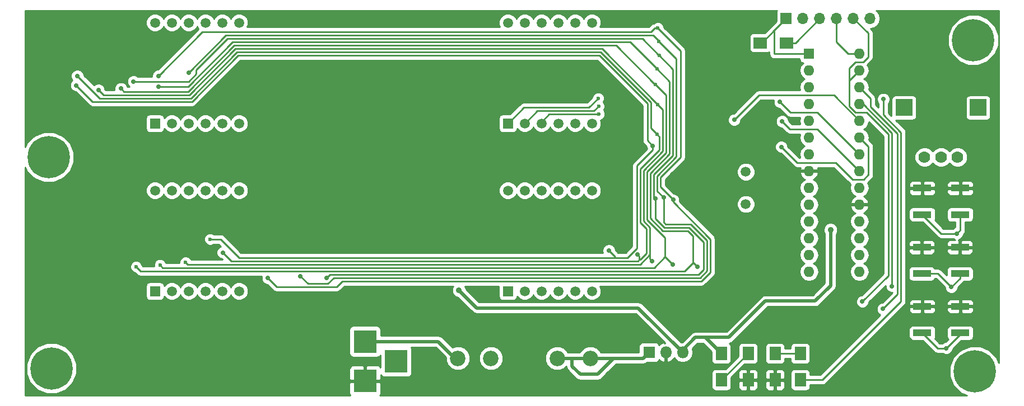
<source format=gbr>
G04 #@! TF.FileFunction,Copper,L1,Top,Signal*
%FSLAX46Y46*%
G04 Gerber Fmt 4.6, Leading zero omitted, Abs format (unit mm)*
G04 Created by KiCad (PCBNEW 4.0.6) date Monday, March 05, 2018 'AMt' 11:38:23 AM*
%MOMM*%
%LPD*%
G01*
G04 APERTURE LIST*
%ADD10C,0.100000*%
%ADD11R,2.750000X1.000000*%
%ADD12R,2.500000X2.500000*%
%ADD13C,1.778000*%
%ADD14C,6.400000*%
%ADD15R,1.500000X1.500000*%
%ADD16C,1.500000*%
%ADD17R,1.700000X2.000000*%
%ADD18C,2.350000*%
%ADD19R,1.700000X1.700000*%
%ADD20O,1.700000X1.700000*%
%ADD21R,3.500000X3.500000*%
%ADD22R,2.000000X1.700000*%
%ADD23R,1.600000X1.600000*%
%ADD24O,1.600000X1.600000*%
%ADD25R,1.800000X1.800000*%
%ADD26O,1.800000X1.800000*%
%ADD27C,0.600000*%
%ADD28C,0.700000*%
%ADD29C,0.900000*%
%ADD30C,0.254000*%
%ADD31C,0.500000*%
G04 APERTURE END LIST*
D10*
D11*
X174381440Y-52980840D03*
X180131440Y-52980840D03*
X180131440Y-56980840D03*
X174381440Y-56980840D03*
D12*
X182831040Y-40795560D03*
D13*
X177231040Y-48295560D03*
X174731040Y-48295560D03*
X179731040Y-48295560D03*
D12*
X171631040Y-40795560D03*
D14*
X182356760Y-80736440D03*
X182102760Y-30566360D03*
X42336720Y-48295560D03*
D15*
X58420000Y-68580000D03*
D16*
X60960000Y-68580000D03*
X63500000Y-68580000D03*
X66040000Y-68580000D03*
X68580000Y-68580000D03*
X71120000Y-68580000D03*
X71120000Y-53340000D03*
X68580000Y-53340000D03*
X66040000Y-53340000D03*
X63500000Y-53340000D03*
X60960000Y-53340000D03*
X58420000Y-53340000D03*
D15*
X111760000Y-68580000D03*
D16*
X114300000Y-68580000D03*
X116840000Y-68580000D03*
X119380000Y-68580000D03*
X121920000Y-68580000D03*
X124460000Y-68580000D03*
X124460000Y-53340000D03*
X121920000Y-53340000D03*
X119380000Y-53340000D03*
X116840000Y-53340000D03*
X114300000Y-53340000D03*
X111760000Y-53340000D03*
D15*
X111760000Y-43180000D03*
D16*
X114300000Y-43180000D03*
X116840000Y-43180000D03*
X119380000Y-43180000D03*
X121920000Y-43180000D03*
X124460000Y-43180000D03*
X124460000Y-27940000D03*
X121920000Y-27940000D03*
X119380000Y-27940000D03*
X116840000Y-27940000D03*
X114300000Y-27940000D03*
X111760000Y-27940000D03*
D15*
X58420000Y-43180000D03*
D16*
X60960000Y-43180000D03*
X63500000Y-43180000D03*
X66040000Y-43180000D03*
X68580000Y-43180000D03*
X71120000Y-43180000D03*
X71120000Y-27940000D03*
X68580000Y-27940000D03*
X66040000Y-27940000D03*
X63500000Y-27940000D03*
X60960000Y-27940000D03*
X58420000Y-27940000D03*
D17*
X152146000Y-82010000D03*
X152146000Y-78010000D03*
X148082000Y-82010000D03*
X148082000Y-78010000D03*
D18*
X109206000Y-78740000D03*
X104206000Y-78740000D03*
X119206000Y-78740000D03*
X124206000Y-78740000D03*
D19*
X153825000Y-27300000D03*
D20*
X156365000Y-27300000D03*
X158905000Y-27300000D03*
X161445000Y-27300000D03*
X163985000Y-27300000D03*
X166525000Y-27300000D03*
D21*
X90170000Y-76200000D03*
X90170000Y-82200000D03*
X94870000Y-79200000D03*
D17*
X155956000Y-82010000D03*
X155956000Y-78010000D03*
D22*
X153892000Y-30988000D03*
X149892000Y-30988000D03*
D17*
X144018000Y-82010000D03*
X144018000Y-78010000D03*
D11*
X174381440Y-70892920D03*
X180131440Y-70892920D03*
X180131440Y-74892920D03*
X174381440Y-74892920D03*
X174335720Y-61936880D03*
X180085720Y-61936880D03*
X180085720Y-65936880D03*
X174335720Y-65936880D03*
D23*
X157275000Y-32625000D03*
D24*
X164895000Y-65645000D03*
X157275000Y-35165000D03*
X164895000Y-63105000D03*
X157275000Y-37705000D03*
X164895000Y-60565000D03*
X157275000Y-40245000D03*
X164895000Y-58025000D03*
X157275000Y-42785000D03*
X164895000Y-55485000D03*
X157275000Y-45325000D03*
X164895000Y-52945000D03*
X157275000Y-47865000D03*
X164895000Y-50405000D03*
X157275000Y-50405000D03*
X164895000Y-47865000D03*
X157275000Y-52945000D03*
X164895000Y-45325000D03*
X157275000Y-55485000D03*
X164895000Y-42785000D03*
X157275000Y-58025000D03*
X164895000Y-40245000D03*
X157275000Y-60565000D03*
X164895000Y-37705000D03*
X157275000Y-63105000D03*
X164895000Y-35165000D03*
X157275000Y-65645000D03*
X164895000Y-32625000D03*
D16*
X147726400Y-55397400D03*
X147726400Y-50517400D03*
D14*
X42778680Y-80274160D03*
D25*
X133101080Y-77851000D03*
D26*
X135641080Y-77851000D03*
X138181080Y-77851000D03*
D27*
X125412500Y-39370000D03*
X125476000Y-40576500D03*
X125539500Y-41783000D03*
D28*
X177157380Y-40472360D03*
X183934100Y-48138080D03*
X174812960Y-31478220D03*
X183870600Y-72585580D03*
X159232600Y-61833760D03*
X144078960Y-58813700D03*
X148899880Y-61247020D03*
X65826640Y-73611740D03*
X48679100Y-76601320D03*
X84239100Y-71770240D03*
X82128360Y-78463140D03*
X113405920Y-36555680D03*
X122270520Y-36484560D03*
X162524440Y-57922160D03*
X143764000Y-54711600D03*
X106329480Y-59197240D03*
X86339680Y-51978560D03*
X59852560Y-50159920D03*
X73878440Y-34442400D03*
X75752960Y-27320240D03*
X151561800Y-27889200D03*
X108966000Y-40970200D03*
X90373200Y-34340800D03*
D29*
X104368600Y-68437760D03*
X160528000Y-59309000D03*
D28*
X165333680Y-70164960D03*
X168513760Y-39502080D03*
X179618640Y-59852560D03*
X152882600Y-39954200D03*
X153212800Y-42875200D03*
X169804080Y-67812920D03*
X178033680Y-77210920D03*
X168447720Y-71267320D03*
X178785520Y-67955160D03*
X145973800Y-42646600D03*
X153085800Y-46736000D03*
X75488800Y-66624200D03*
X136753600Y-54762400D03*
X58928000Y-36017200D03*
D27*
X134429500Y-28765500D03*
D28*
X84328000Y-66573400D03*
X134086600Y-54559200D03*
X55168800Y-36830000D03*
D27*
X134620000Y-32893000D03*
D28*
X46540420Y-37424360D03*
X133667500Y-46583600D03*
X127025400Y-62433200D03*
D27*
X66751200Y-60706000D03*
D28*
X136677400Y-64541400D03*
X53289200Y-37896800D03*
D27*
X59182000Y-64617600D03*
X134048500Y-37274500D03*
D28*
X140385800Y-64922400D03*
X58928000Y-37592000D03*
D27*
X55575200Y-64871600D03*
X134302500Y-34925000D03*
D28*
X80416400Y-66294000D03*
X135305800Y-54432200D03*
X63500000Y-35509200D03*
D27*
X134556500Y-30734000D03*
D28*
X46690280Y-35996880D03*
X131343400Y-63068200D03*
X68681600Y-62738000D03*
D27*
X134302500Y-44831000D03*
D28*
X49885600Y-38100000D03*
X133578600Y-64058800D03*
D27*
X63042800Y-64211200D03*
X134429500Y-40322500D03*
D30*
X125412500Y-39370000D02*
X124015504Y-40766996D01*
X124015504Y-40766996D02*
X114173004Y-40766996D01*
X114173004Y-40766996D02*
X111760000Y-43180000D01*
X125476000Y-40576500D02*
X124777502Y-41274998D01*
X124777502Y-41274998D02*
X116205002Y-41274998D01*
X116205002Y-41274998D02*
X114300000Y-43180000D01*
X117983000Y-41783000D02*
X116840000Y-42926000D01*
X119697500Y-41783000D02*
X117983000Y-41783000D01*
X125539500Y-41783000D02*
X119697500Y-41783000D01*
X116840000Y-42926000D02*
X116840000Y-43180000D01*
X114300000Y-27940000D02*
X113792000Y-27940000D01*
X177157380Y-40472360D02*
X177157380Y-33822640D01*
X183934100Y-47249080D02*
X177157380Y-40472360D01*
X180131440Y-52980840D02*
X180131440Y-51940740D01*
X180131440Y-51940740D02*
X183934100Y-48138080D01*
X183934100Y-48138080D02*
X183934100Y-47249080D01*
X177157380Y-33822640D02*
X174812960Y-31478220D01*
X180131440Y-70892920D02*
X182177940Y-70892920D01*
X182177940Y-70892920D02*
X183870600Y-72585580D01*
X159232600Y-61833760D02*
X159232600Y-61826140D01*
X144078960Y-58813700D02*
X144061180Y-58795920D01*
D31*
X121465340Y-78740000D02*
X121465340Y-79966820D01*
X125303280Y-81173320D02*
X127736600Y-78740000D01*
X122671840Y-81173320D02*
X125303280Y-81173320D01*
X121465340Y-79966820D02*
X122671840Y-81173320D01*
X124206000Y-78740000D02*
X127736600Y-78740000D01*
X127736600Y-78740000D02*
X132212080Y-78740000D01*
X132212080Y-78740000D02*
X133101080Y-77851000D01*
X119206000Y-78740000D02*
X121465340Y-78740000D01*
X121465340Y-78740000D02*
X124206000Y-78740000D01*
X131455160Y-71125080D02*
X138181080Y-77851000D01*
X107055920Y-71125080D02*
X131455160Y-71125080D01*
X104368600Y-68437760D02*
X107055920Y-71125080D01*
X138181080Y-77851000D02*
X138181080Y-77490320D01*
X138181080Y-77490320D02*
X140081000Y-75590400D01*
X140081000Y-75590400D02*
X141598400Y-75590400D01*
X141598400Y-75590400D02*
X145135600Y-75590400D01*
X160528000Y-67741800D02*
X160528000Y-59309000D01*
X158216600Y-70053200D02*
X160528000Y-67741800D01*
X150672800Y-70053200D02*
X158216600Y-70053200D01*
X145135600Y-75590400D02*
X150672800Y-70053200D01*
X141598400Y-75590400D02*
X144018000Y-78010000D01*
D30*
X153892000Y-30988000D02*
X155217000Y-30988000D01*
X155217000Y-30988000D02*
X158905000Y-27300000D01*
X152146000Y-78010000D02*
X155956000Y-78010000D01*
X144018000Y-82010000D02*
X144082000Y-82010000D01*
X144082000Y-82010000D02*
X148082000Y-78010000D01*
D31*
X104206000Y-78740000D02*
X103759000Y-78740000D01*
X103759000Y-78740000D02*
X101219000Y-76200000D01*
X101219000Y-76200000D02*
X90170000Y-76200000D01*
D30*
X152030500Y-29094500D02*
X152030500Y-32650500D01*
X152056000Y-32625000D02*
X157275000Y-32625000D01*
X152030500Y-32650500D02*
X152056000Y-32625000D01*
X149892000Y-30988000D02*
X150137000Y-30988000D01*
X150137000Y-30988000D02*
X152030500Y-29094500D01*
X152030500Y-29094500D02*
X153825000Y-27300000D01*
X164895000Y-32625000D02*
X163181000Y-32625000D01*
X161445000Y-30889000D02*
X161445000Y-27300000D01*
X163181000Y-32625000D02*
X161445000Y-30889000D01*
X163382960Y-36677040D02*
X163382960Y-34792920D01*
X166204900Y-29519900D02*
X163985000Y-27300000D01*
X166204900Y-33141920D02*
X166204900Y-29519900D01*
X165440360Y-33906460D02*
X166204900Y-33141920D01*
X164269420Y-33906460D02*
X165440360Y-33906460D01*
X163382960Y-34792920D02*
X164269420Y-33906460D01*
X165333680Y-70164960D02*
X169296078Y-66202562D01*
X169296078Y-66202562D02*
X169296078Y-44833142D01*
X169296078Y-44833142D02*
X165951296Y-41488360D01*
X165951296Y-41488360D02*
X164316784Y-41488360D01*
X164316784Y-41488360D02*
X163382960Y-40554536D01*
X163382960Y-40554536D02*
X163382960Y-36677040D01*
X163382960Y-36677040D02*
X164895000Y-35165000D01*
X164895000Y-35165000D02*
X164987000Y-35165000D01*
X155956000Y-82010000D02*
X159284920Y-82010000D01*
X168513760Y-41895552D02*
X168513760Y-39502080D01*
X171170602Y-44552394D02*
X168513760Y-41895552D01*
X171170602Y-70124318D02*
X171170602Y-44552394D01*
X159284920Y-82010000D02*
X171170602Y-70124318D01*
X156292802Y-82346802D02*
X155956000Y-82010000D01*
X179618640Y-59852560D02*
X177253160Y-59852560D01*
X177253160Y-59852560D02*
X174381440Y-56980840D01*
X180131440Y-59339760D02*
X180131440Y-56980840D01*
X179618640Y-59852560D02*
X180131440Y-59339760D01*
X158533600Y-41503600D02*
X164895000Y-47865000D01*
X154432000Y-41503600D02*
X158533600Y-41503600D01*
X152882600Y-39954200D02*
X154432000Y-41503600D01*
X158559000Y-44069000D02*
X164895000Y-50405000D01*
X154406600Y-44069000D02*
X158559000Y-44069000D01*
X153212800Y-42875200D02*
X154406600Y-44069000D01*
X165426360Y-40245000D02*
X164895000Y-40245000D01*
X169804080Y-44622720D02*
X165426360Y-40245000D01*
X169804080Y-46243240D02*
X169804080Y-44622720D01*
X169804080Y-54879240D02*
X169804080Y-46243240D01*
X169804080Y-64190880D02*
X169804080Y-54879240D01*
X169804080Y-67812920D02*
X169804080Y-64190880D01*
X178033680Y-77210920D02*
X176699440Y-77210920D01*
X176699440Y-77210920D02*
X174381440Y-74892920D01*
X178033680Y-77210920D02*
X180131440Y-75113160D01*
X180131440Y-75113160D02*
X180131440Y-74892920D01*
X166568120Y-39378120D02*
X164895000Y-37705000D01*
X166568120Y-40668336D02*
X166568120Y-39378120D01*
X170662600Y-44762816D02*
X166568120Y-40668336D01*
X170662600Y-69052440D02*
X170662600Y-44762816D01*
X168447720Y-71267320D02*
X170662600Y-69052440D01*
X174335720Y-65936880D02*
X176767240Y-65936880D01*
X176767240Y-65936880D02*
X178785520Y-67955160D01*
X180085720Y-66654960D02*
X180085720Y-65936880D01*
X178785520Y-67955160D02*
X180085720Y-66654960D01*
X161048200Y-38938200D02*
X164895000Y-42785000D01*
X149682200Y-38938200D02*
X161048200Y-38938200D01*
X145973800Y-42646600D02*
X149682200Y-38938200D01*
X166268400Y-46698400D02*
X164895000Y-45325000D01*
X166268400Y-50952400D02*
X166268400Y-46698400D01*
X165531800Y-51689000D02*
X166268400Y-50952400D01*
X163855400Y-51689000D02*
X165531800Y-51689000D01*
X161315400Y-49149000D02*
X163855400Y-51689000D01*
X155498800Y-49149000D02*
X161315400Y-49149000D01*
X153085800Y-46736000D02*
X155498800Y-49149000D01*
X136753600Y-54762400D02*
X136753600Y-55096328D01*
X76809602Y-67945002D02*
X75488800Y-66624200D01*
X85851998Y-67945002D02*
X76809602Y-67945002D01*
X86741000Y-67056000D02*
X85851998Y-67945002D01*
X141009848Y-67056000D02*
X86741000Y-67056000D01*
X142367004Y-65698844D02*
X141009848Y-67056000D01*
X142367004Y-60709732D02*
X142367004Y-65698844D01*
X136753600Y-55096328D02*
X142367004Y-60709732D01*
X134429500Y-28765500D02*
X137337800Y-31673800D01*
X134810514Y-52819314D02*
X136753600Y-54762400D01*
X134810514Y-51364030D02*
X134810514Y-52819314D01*
X137845800Y-48328744D02*
X134810514Y-51364030D01*
X137845800Y-32181800D02*
X137845800Y-48328744D01*
X137337800Y-31673800D02*
X137845800Y-32181800D01*
X134429500Y-28765500D02*
X133946900Y-28765500D01*
X65582800Y-29362400D02*
X58928000Y-36017200D01*
X133350000Y-29362400D02*
X65582800Y-29362400D01*
X133946900Y-28765500D02*
X133350000Y-29362400D01*
X134086600Y-54559200D02*
X134086600Y-57636324D01*
X84861404Y-66039996D02*
X84328000Y-66573400D01*
X140589004Y-66039996D02*
X84861404Y-66039996D01*
X141351000Y-65278000D02*
X140589004Y-66039996D01*
X141351000Y-61130576D02*
X141351000Y-65278000D01*
X139148422Y-58927998D02*
X141351000Y-61130576D01*
X135378274Y-58927998D02*
X139148422Y-58927998D01*
X134086600Y-57636324D02*
X135378274Y-58927998D01*
X134620000Y-32893000D02*
X134620000Y-32918400D01*
X133794510Y-54267110D02*
X134086600Y-54559200D01*
X133794510Y-50943186D02*
X133794510Y-54267110D01*
X136715506Y-48022190D02*
X133794510Y-50943186D01*
X136715506Y-35013906D02*
X136715506Y-48022190D01*
X134620000Y-32918400D02*
X136715506Y-35013906D01*
X134620000Y-32893000D02*
X134594600Y-32893000D01*
X63500000Y-36830000D02*
X55168800Y-36830000D01*
X64617600Y-35712400D02*
X63500000Y-36830000D01*
X64617600Y-35110024D02*
X64617600Y-35712400D01*
X69349220Y-30378404D02*
X64617600Y-35110024D01*
X132080004Y-30378404D02*
X69349220Y-30378404D01*
X134594600Y-32893000D02*
X132080004Y-30378404D01*
X132829298Y-45745398D02*
X133667500Y-46583600D01*
X132829298Y-40184546D02*
X132829298Y-45745398D01*
X125563166Y-32918414D02*
X132829298Y-40184546D01*
X71003706Y-32918414D02*
X125563166Y-32918414D01*
X64044114Y-39878006D02*
X71003706Y-32918414D01*
X48994066Y-39878006D02*
X64044114Y-39878006D01*
X46540420Y-37424360D02*
X48994066Y-39878006D01*
X127939800Y-63499986D02*
X127939800Y-63347600D01*
X127939800Y-63347600D02*
X127025400Y-62433200D01*
X133667500Y-47180500D02*
X133667500Y-46583600D01*
X133667500Y-47180500D02*
X131254500Y-49593500D01*
X131254500Y-49593500D02*
X131254500Y-61023500D01*
X131254500Y-62090286D02*
X129844800Y-63499986D01*
X129844800Y-63499986D02*
X127939800Y-63499986D01*
X131254500Y-61023500D02*
X131254500Y-62090286D01*
X68326000Y-60706000D02*
X66751200Y-60706000D01*
X71119986Y-63499986D02*
X68326000Y-60706000D01*
X127939800Y-63499986D02*
X71119986Y-63499986D01*
X135509000Y-63372992D02*
X135509000Y-63373000D01*
X135509000Y-63373000D02*
X136677400Y-64541400D01*
X134048500Y-37274500D02*
X133997700Y-37274500D01*
X53746400Y-38354000D02*
X53289200Y-37896800D01*
X63412848Y-38354000D02*
X53746400Y-38354000D01*
X70372440Y-31394408D02*
X63412848Y-38354000D01*
X128117608Y-31394408D02*
X70372440Y-31394408D01*
X133997700Y-37274500D02*
X128117608Y-31394408D01*
X135509000Y-60515500D02*
X135509000Y-63372992D01*
X59588392Y-65023992D02*
X59182000Y-64617600D01*
X133858000Y-65023992D02*
X59588392Y-65023992D01*
X135509000Y-63372992D02*
X133858000Y-65023992D01*
X135509000Y-60495572D02*
X135509000Y-60515500D01*
X132778506Y-57765078D02*
X135509000Y-60495572D01*
X132778506Y-50522342D02*
X132778506Y-57765078D01*
X135699502Y-47601346D02*
X132778506Y-50522342D01*
X135699502Y-38925502D02*
X135699502Y-47601346D01*
X134048500Y-37274500D02*
X135699502Y-38925502D01*
X139700000Y-63677800D02*
X139700000Y-64236600D01*
X139700000Y-64236600D02*
X140385800Y-64922400D01*
X134302500Y-34925000D02*
X134289800Y-34925000D01*
X63456424Y-37592000D02*
X58928000Y-37592000D01*
X70162018Y-30886406D02*
X63456424Y-37592000D01*
X130251206Y-30886406D02*
X70162018Y-30886406D01*
X134289800Y-34925000D02*
X130251206Y-30886406D01*
X139700000Y-60198000D02*
X139700000Y-63677800D01*
X139700000Y-63677800D02*
X139700000Y-64265728D01*
X56235594Y-65531994D02*
X55575200Y-64871600D01*
X138433734Y-65531994D02*
X56235594Y-65531994D01*
X139700000Y-64265728D02*
X138433734Y-65531994D01*
X138938000Y-59436000D02*
X139700000Y-60198000D01*
X135167852Y-59436000D02*
X138938000Y-59436000D01*
X133286508Y-57554656D02*
X135167852Y-59436000D01*
X133286508Y-50732764D02*
X133286508Y-57554656D01*
X136207504Y-47811768D02*
X133286508Y-50732764D01*
X136207504Y-36830004D02*
X136207504Y-47811768D01*
X134302500Y-34925000D02*
X136207504Y-36830004D01*
X135305800Y-54432200D02*
X135305800Y-58137100D01*
X81559400Y-67437000D02*
X80416400Y-66294000D01*
X84531200Y-67437000D02*
X81559400Y-67437000D01*
X85420202Y-66547998D02*
X84531200Y-67437000D01*
X140799426Y-66547998D02*
X85420202Y-66547998D01*
X141859002Y-65488422D02*
X140799426Y-66547998D01*
X141859002Y-60920154D02*
X141859002Y-65488422D01*
X139358844Y-58419996D02*
X141859002Y-60920154D01*
X135588696Y-58419996D02*
X139358844Y-58419996D01*
X135305800Y-58137100D02*
X135588696Y-58419996D01*
X134556500Y-30734000D02*
X134569200Y-30734000D01*
X134302512Y-53428912D02*
X135305800Y-54432200D01*
X134302512Y-51153608D02*
X134302512Y-53428912D01*
X137223508Y-48232612D02*
X134302512Y-51153608D01*
X137223508Y-33388308D02*
X137223508Y-48232612D01*
X134569200Y-30734000D02*
X137223508Y-33388308D01*
X134556500Y-30734000D02*
X134556500Y-30721300D01*
X69138798Y-29870402D02*
X63500000Y-35509200D01*
X133705602Y-29870402D02*
X69138798Y-29870402D01*
X134556500Y-30721300D02*
X133705602Y-29870402D01*
X133337300Y-43865800D02*
X134302500Y-44831000D01*
X133337300Y-39974124D02*
X133337300Y-43865800D01*
X125773588Y-32410412D02*
X133337300Y-39974124D01*
X70793284Y-32410412D02*
X125773588Y-32410412D01*
X63833692Y-39370004D02*
X70793284Y-32410412D01*
X50063404Y-39370004D02*
X63833692Y-39370004D01*
X46690280Y-35996880D02*
X50063404Y-39370004D01*
X131571994Y-63830194D02*
X131571994Y-63296794D01*
X131571994Y-63296794D02*
X131343400Y-63068200D01*
X134302500Y-44831000D02*
X134302500Y-44831002D01*
X69951588Y-64007988D02*
X68681600Y-62738000D01*
X131394200Y-64007988D02*
X69951588Y-64007988D01*
X131601005Y-63801183D02*
X131571994Y-63830194D01*
X131571994Y-63830194D02*
X131394200Y-64007988D01*
X131771583Y-63801183D02*
X131601005Y-63801183D01*
X132714998Y-62857768D02*
X131771583Y-63801183D01*
X132714998Y-59138418D02*
X132714998Y-62857768D01*
X131762502Y-58185922D02*
X132714998Y-59138418D01*
X131762502Y-50101498D02*
X131762502Y-58185922D01*
X134683498Y-47180502D02*
X131762502Y-50101498D01*
X134683498Y-45212000D02*
X134683498Y-47180502D01*
X134302500Y-44831002D02*
X134683498Y-45212000D01*
X134429500Y-40322500D02*
X134404100Y-40322500D01*
X134404100Y-40322500D02*
X125984010Y-31902410D01*
X125984010Y-31902410D02*
X70582862Y-31902410D01*
X70582862Y-31902410D02*
X63623270Y-38862002D01*
X63623270Y-38862002D02*
X50647602Y-38862002D01*
X50647602Y-38862002D02*
X49885600Y-38100000D01*
X133223000Y-63068190D02*
X133223000Y-63703200D01*
X133223000Y-63703200D02*
X133578600Y-64058800D01*
X133223000Y-60452000D02*
X133223000Y-63068190D01*
X63347590Y-64515990D02*
X63042800Y-64211200D01*
X131775200Y-64515990D02*
X63347590Y-64515990D01*
X133223000Y-63068190D02*
X131775200Y-64515990D01*
X133223000Y-58927996D02*
X133223000Y-60452000D01*
X132270504Y-57975500D02*
X133223000Y-58927996D01*
X132270504Y-50311920D02*
X132270504Y-57975500D01*
X135191500Y-47390924D02*
X132270504Y-50311920D01*
X135191500Y-41084500D02*
X135191500Y-47390924D01*
X134429500Y-40322500D02*
X135191500Y-41084500D01*
G36*
X152378569Y-26198110D02*
X152327560Y-26450000D01*
X152327560Y-27719810D01*
X151491687Y-28555683D01*
X151491684Y-28555685D01*
X150556809Y-29490560D01*
X148892000Y-29490560D01*
X148656683Y-29534838D01*
X148440559Y-29673910D01*
X148295569Y-29886110D01*
X148244560Y-30138000D01*
X148244560Y-31838000D01*
X148288838Y-32073317D01*
X148427910Y-32289441D01*
X148640110Y-32434431D01*
X148892000Y-32485440D01*
X150892000Y-32485440D01*
X151127317Y-32441162D01*
X151268500Y-32350313D01*
X151268500Y-32650500D01*
X151326504Y-32942105D01*
X151491685Y-33189315D01*
X151738895Y-33354496D01*
X152030500Y-33412500D01*
X152158697Y-33387000D01*
X155827560Y-33387000D01*
X155827560Y-33425000D01*
X155871838Y-33660317D01*
X156010910Y-33876441D01*
X156223110Y-34021431D01*
X156378089Y-34052815D01*
X156232189Y-34150302D01*
X155921120Y-34615849D01*
X155811887Y-35165000D01*
X155921120Y-35714151D01*
X156232189Y-36179698D01*
X156614275Y-36435000D01*
X156232189Y-36690302D01*
X155921120Y-37155849D01*
X155811887Y-37705000D01*
X155905615Y-38176200D01*
X149682200Y-38176200D01*
X149390596Y-38234203D01*
X149143385Y-38399384D01*
X145881250Y-41661519D01*
X145778731Y-41661430D01*
X145416571Y-41811071D01*
X145139245Y-42087914D01*
X144988972Y-42449812D01*
X144988630Y-42841669D01*
X145138271Y-43203829D01*
X145415114Y-43481155D01*
X145777012Y-43631428D01*
X146168869Y-43631770D01*
X146531029Y-43482129D01*
X146808355Y-43205286D01*
X146958628Y-42843388D01*
X146958719Y-42739311D01*
X149997831Y-39700200D01*
X151921528Y-39700200D01*
X151897772Y-39757412D01*
X151897430Y-40149269D01*
X152047071Y-40511429D01*
X152323914Y-40788755D01*
X152685812Y-40939028D01*
X152789889Y-40939119D01*
X153893184Y-42042415D01*
X154096266Y-42178110D01*
X154140395Y-42207596D01*
X154432000Y-42265600D01*
X155915202Y-42265600D01*
X155811887Y-42785000D01*
X155915719Y-43307000D01*
X154722230Y-43307000D01*
X154197881Y-42782651D01*
X154197970Y-42680131D01*
X154048329Y-42317971D01*
X153771486Y-42040645D01*
X153409588Y-41890372D01*
X153017731Y-41890030D01*
X152655571Y-42039671D01*
X152378245Y-42316514D01*
X152227972Y-42678412D01*
X152227630Y-43070269D01*
X152377271Y-43432429D01*
X152654114Y-43709755D01*
X153016012Y-43860028D01*
X153120089Y-43860119D01*
X153867785Y-44607815D01*
X154114995Y-44772996D01*
X154406600Y-44831000D01*
X155910150Y-44831000D01*
X155811887Y-45325000D01*
X155921120Y-45874151D01*
X156232189Y-46339698D01*
X156614275Y-46595000D01*
X156232189Y-46850302D01*
X155921120Y-47315849D01*
X155811887Y-47865000D01*
X155915719Y-48387000D01*
X155814431Y-48387000D01*
X154070881Y-46643450D01*
X154070970Y-46540931D01*
X153921329Y-46178771D01*
X153644486Y-45901445D01*
X153282588Y-45751172D01*
X152890731Y-45750830D01*
X152528571Y-45900471D01*
X152251245Y-46177314D01*
X152100972Y-46539212D01*
X152100630Y-46931069D01*
X152250271Y-47293229D01*
X152527114Y-47570555D01*
X152889012Y-47720828D01*
X152993089Y-47720919D01*
X154959984Y-49687815D01*
X155155338Y-49818346D01*
X155207195Y-49852996D01*
X155498800Y-49911000D01*
X155943137Y-49911000D01*
X155883096Y-50055961D01*
X156005085Y-50278000D01*
X157148000Y-50278000D01*
X157148000Y-50258000D01*
X157402000Y-50258000D01*
X157402000Y-50278000D01*
X158544915Y-50278000D01*
X158666904Y-50055961D01*
X158606863Y-49911000D01*
X160999770Y-49911000D01*
X163316584Y-52227815D01*
X163506227Y-52354530D01*
X163549437Y-52383402D01*
X163541120Y-52395849D01*
X163431887Y-52945000D01*
X163541120Y-53494151D01*
X163852189Y-53959698D01*
X164256703Y-54229986D01*
X164039866Y-54332611D01*
X163663959Y-54747577D01*
X163503096Y-55135961D01*
X163625085Y-55358000D01*
X164768000Y-55358000D01*
X164768000Y-55338000D01*
X165022000Y-55338000D01*
X165022000Y-55358000D01*
X166164915Y-55358000D01*
X166286904Y-55135961D01*
X166126041Y-54747577D01*
X165750134Y-54332611D01*
X165533297Y-54229986D01*
X165937811Y-53959698D01*
X166248880Y-53494151D01*
X166358113Y-52945000D01*
X166248880Y-52395849D01*
X166110172Y-52188258D01*
X166807216Y-51491215D01*
X166906234Y-51343023D01*
X166972396Y-51244005D01*
X167030400Y-50952400D01*
X167030400Y-46698400D01*
X166972396Y-46406795D01*
X166807215Y-46159585D01*
X166294157Y-45646527D01*
X166358113Y-45325000D01*
X166248880Y-44775849D01*
X165937811Y-44310302D01*
X165555725Y-44055000D01*
X165937811Y-43799698D01*
X166248880Y-43334151D01*
X166326954Y-42941648D01*
X168534078Y-45148772D01*
X168534078Y-65886932D01*
X165241131Y-69179879D01*
X165138611Y-69179790D01*
X164776451Y-69329431D01*
X164499125Y-69606274D01*
X164348852Y-69968172D01*
X164348510Y-70360029D01*
X164498151Y-70722189D01*
X164774994Y-70999515D01*
X165136892Y-71149788D01*
X165528749Y-71150130D01*
X165890909Y-71000489D01*
X166168235Y-70723646D01*
X166318508Y-70361748D01*
X166318599Y-70257671D01*
X168819129Y-67757141D01*
X168818910Y-68007989D01*
X168968551Y-68370149D01*
X169245394Y-68647475D01*
X169607292Y-68797748D01*
X169839459Y-68797951D01*
X168355170Y-70282239D01*
X168252651Y-70282150D01*
X167890491Y-70431791D01*
X167613165Y-70708634D01*
X167462892Y-71070532D01*
X167462550Y-71462389D01*
X167612191Y-71824549D01*
X167889034Y-72101875D01*
X168048993Y-72168296D01*
X158969290Y-81248000D01*
X157453440Y-81248000D01*
X157453440Y-81010000D01*
X157409162Y-80774683D01*
X157270090Y-80558559D01*
X157057890Y-80413569D01*
X156806000Y-80362560D01*
X155106000Y-80362560D01*
X154870683Y-80406838D01*
X154654559Y-80545910D01*
X154509569Y-80758110D01*
X154458560Y-81010000D01*
X154458560Y-83010000D01*
X154502838Y-83245317D01*
X154641910Y-83461441D01*
X154854110Y-83606431D01*
X155106000Y-83657440D01*
X156806000Y-83657440D01*
X157041317Y-83613162D01*
X157257441Y-83474090D01*
X157402431Y-83261890D01*
X157453440Y-83010000D01*
X157453440Y-82772000D01*
X159284920Y-82772000D01*
X159576525Y-82713996D01*
X159823735Y-82548815D01*
X167979630Y-74392920D01*
X172359000Y-74392920D01*
X172359000Y-75392920D01*
X172403278Y-75628237D01*
X172542350Y-75844361D01*
X172754550Y-75989351D01*
X173006440Y-76040360D01*
X174451250Y-76040360D01*
X176160625Y-77749735D01*
X176407835Y-77914916D01*
X176699440Y-77972920D01*
X177402565Y-77972920D01*
X177474994Y-78045475D01*
X177836892Y-78195748D01*
X178228749Y-78196090D01*
X178590909Y-78046449D01*
X178868235Y-77769606D01*
X179018508Y-77407708D01*
X179018599Y-77303631D01*
X180281871Y-76040360D01*
X181506440Y-76040360D01*
X181741757Y-75996082D01*
X181957881Y-75857010D01*
X182102871Y-75644810D01*
X182153880Y-75392920D01*
X182153880Y-74392920D01*
X182109602Y-74157603D01*
X181970530Y-73941479D01*
X181758330Y-73796489D01*
X181506440Y-73745480D01*
X178756440Y-73745480D01*
X178521123Y-73789758D01*
X178304999Y-73928830D01*
X178160009Y-74141030D01*
X178109000Y-74392920D01*
X178109000Y-75392920D01*
X178153278Y-75628237D01*
X178292350Y-75844361D01*
X178310326Y-75856644D01*
X177941130Y-76225839D01*
X177838611Y-76225750D01*
X177476451Y-76375391D01*
X177402794Y-76448920D01*
X177015070Y-76448920D01*
X176295267Y-75729117D01*
X176352871Y-75644810D01*
X176403880Y-75392920D01*
X176403880Y-74392920D01*
X176359602Y-74157603D01*
X176220530Y-73941479D01*
X176008330Y-73796489D01*
X175756440Y-73745480D01*
X173006440Y-73745480D01*
X172771123Y-73789758D01*
X172554999Y-73928830D01*
X172410009Y-74141030D01*
X172359000Y-74392920D01*
X167979630Y-74392920D01*
X171193880Y-71178670D01*
X172371440Y-71178670D01*
X172371440Y-71519230D01*
X172468113Y-71752619D01*
X172646742Y-71931247D01*
X172880131Y-72027920D01*
X174095690Y-72027920D01*
X174254440Y-71869170D01*
X174254440Y-71019920D01*
X174508440Y-71019920D01*
X174508440Y-71869170D01*
X174667190Y-72027920D01*
X175882749Y-72027920D01*
X176116138Y-71931247D01*
X176294767Y-71752619D01*
X176391440Y-71519230D01*
X176391440Y-71178670D01*
X178121440Y-71178670D01*
X178121440Y-71519230D01*
X178218113Y-71752619D01*
X178396742Y-71931247D01*
X178630131Y-72027920D01*
X179845690Y-72027920D01*
X180004440Y-71869170D01*
X180004440Y-71019920D01*
X180258440Y-71019920D01*
X180258440Y-71869170D01*
X180417190Y-72027920D01*
X181632749Y-72027920D01*
X181866138Y-71931247D01*
X182044767Y-71752619D01*
X182141440Y-71519230D01*
X182141440Y-71178670D01*
X181982690Y-71019920D01*
X180258440Y-71019920D01*
X180004440Y-71019920D01*
X178280190Y-71019920D01*
X178121440Y-71178670D01*
X176391440Y-71178670D01*
X176232690Y-71019920D01*
X174508440Y-71019920D01*
X174254440Y-71019920D01*
X172530190Y-71019920D01*
X172371440Y-71178670D01*
X171193880Y-71178670D01*
X171709418Y-70663133D01*
X171863995Y-70431791D01*
X171874598Y-70415923D01*
X171904298Y-70266610D01*
X172371440Y-70266610D01*
X172371440Y-70607170D01*
X172530190Y-70765920D01*
X174254440Y-70765920D01*
X174254440Y-69916670D01*
X174508440Y-69916670D01*
X174508440Y-70765920D01*
X176232690Y-70765920D01*
X176391440Y-70607170D01*
X176391440Y-70266610D01*
X178121440Y-70266610D01*
X178121440Y-70607170D01*
X178280190Y-70765920D01*
X180004440Y-70765920D01*
X180004440Y-69916670D01*
X180258440Y-69916670D01*
X180258440Y-70765920D01*
X181982690Y-70765920D01*
X182141440Y-70607170D01*
X182141440Y-70266610D01*
X182044767Y-70033221D01*
X181866138Y-69854593D01*
X181632749Y-69757920D01*
X180417190Y-69757920D01*
X180258440Y-69916670D01*
X180004440Y-69916670D01*
X179845690Y-69757920D01*
X178630131Y-69757920D01*
X178396742Y-69854593D01*
X178218113Y-70033221D01*
X178121440Y-70266610D01*
X176391440Y-70266610D01*
X176294767Y-70033221D01*
X176116138Y-69854593D01*
X175882749Y-69757920D01*
X174667190Y-69757920D01*
X174508440Y-69916670D01*
X174254440Y-69916670D01*
X174095690Y-69757920D01*
X172880131Y-69757920D01*
X172646742Y-69854593D01*
X172468113Y-70033221D01*
X172371440Y-70266610D01*
X171904298Y-70266610D01*
X171932602Y-70124318D01*
X171932602Y-65436880D01*
X172313280Y-65436880D01*
X172313280Y-66436880D01*
X172357558Y-66672197D01*
X172496630Y-66888321D01*
X172708830Y-67033311D01*
X172960720Y-67084320D01*
X175710720Y-67084320D01*
X175946037Y-67040042D01*
X176162161Y-66900970D01*
X176300243Y-66698880D01*
X176451610Y-66698880D01*
X177800439Y-68047709D01*
X177800350Y-68150229D01*
X177949991Y-68512389D01*
X178226834Y-68789715D01*
X178588732Y-68939988D01*
X178980589Y-68940330D01*
X179342749Y-68790689D01*
X179620075Y-68513846D01*
X179770348Y-68151948D01*
X179770439Y-68047872D01*
X180624535Y-67193776D01*
X180697671Y-67084320D01*
X181460720Y-67084320D01*
X181696037Y-67040042D01*
X181912161Y-66900970D01*
X182057151Y-66688770D01*
X182108160Y-66436880D01*
X182108160Y-65436880D01*
X182063882Y-65201563D01*
X181924810Y-64985439D01*
X181712610Y-64840449D01*
X181460720Y-64789440D01*
X178710720Y-64789440D01*
X178475403Y-64833718D01*
X178259279Y-64972790D01*
X178114289Y-65184990D01*
X178063280Y-65436880D01*
X178063280Y-66155290D01*
X177306055Y-65398065D01*
X177182633Y-65315597D01*
X177058845Y-65232884D01*
X176767240Y-65174880D01*
X176296712Y-65174880D01*
X176174810Y-64985439D01*
X175962610Y-64840449D01*
X175710720Y-64789440D01*
X172960720Y-64789440D01*
X172725403Y-64833718D01*
X172509279Y-64972790D01*
X172364289Y-65184990D01*
X172313280Y-65436880D01*
X171932602Y-65436880D01*
X171932602Y-62222630D01*
X172325720Y-62222630D01*
X172325720Y-62563190D01*
X172422393Y-62796579D01*
X172601022Y-62975207D01*
X172834411Y-63071880D01*
X174049970Y-63071880D01*
X174208720Y-62913130D01*
X174208720Y-62063880D01*
X174462720Y-62063880D01*
X174462720Y-62913130D01*
X174621470Y-63071880D01*
X175837029Y-63071880D01*
X176070418Y-62975207D01*
X176249047Y-62796579D01*
X176345720Y-62563190D01*
X176345720Y-62222630D01*
X178075720Y-62222630D01*
X178075720Y-62563190D01*
X178172393Y-62796579D01*
X178351022Y-62975207D01*
X178584411Y-63071880D01*
X179799970Y-63071880D01*
X179958720Y-62913130D01*
X179958720Y-62063880D01*
X180212720Y-62063880D01*
X180212720Y-62913130D01*
X180371470Y-63071880D01*
X181587029Y-63071880D01*
X181820418Y-62975207D01*
X181999047Y-62796579D01*
X182095720Y-62563190D01*
X182095720Y-62222630D01*
X181936970Y-62063880D01*
X180212720Y-62063880D01*
X179958720Y-62063880D01*
X178234470Y-62063880D01*
X178075720Y-62222630D01*
X176345720Y-62222630D01*
X176186970Y-62063880D01*
X174462720Y-62063880D01*
X174208720Y-62063880D01*
X172484470Y-62063880D01*
X172325720Y-62222630D01*
X171932602Y-62222630D01*
X171932602Y-61310570D01*
X172325720Y-61310570D01*
X172325720Y-61651130D01*
X172484470Y-61809880D01*
X174208720Y-61809880D01*
X174208720Y-60960630D01*
X174462720Y-60960630D01*
X174462720Y-61809880D01*
X176186970Y-61809880D01*
X176345720Y-61651130D01*
X176345720Y-61310570D01*
X176249047Y-61077181D01*
X176070418Y-60898553D01*
X175837029Y-60801880D01*
X174621470Y-60801880D01*
X174462720Y-60960630D01*
X174208720Y-60960630D01*
X174049970Y-60801880D01*
X172834411Y-60801880D01*
X172601022Y-60898553D01*
X172422393Y-61077181D01*
X172325720Y-61310570D01*
X171932602Y-61310570D01*
X171932602Y-56480840D01*
X172359000Y-56480840D01*
X172359000Y-57480840D01*
X172403278Y-57716157D01*
X172542350Y-57932281D01*
X172754550Y-58077271D01*
X173006440Y-58128280D01*
X174451250Y-58128280D01*
X176714344Y-60391375D01*
X176905649Y-60519201D01*
X176961555Y-60556556D01*
X177253160Y-60614560D01*
X178987525Y-60614560D01*
X179059954Y-60687115D01*
X179336339Y-60801880D01*
X178584411Y-60801880D01*
X178351022Y-60898553D01*
X178172393Y-61077181D01*
X178075720Y-61310570D01*
X178075720Y-61651130D01*
X178234470Y-61809880D01*
X179958720Y-61809880D01*
X179958720Y-60960630D01*
X180212720Y-60960630D01*
X180212720Y-61809880D01*
X181936970Y-61809880D01*
X182095720Y-61651130D01*
X182095720Y-61310570D01*
X181999047Y-61077181D01*
X181820418Y-60898553D01*
X181587029Y-60801880D01*
X180371470Y-60801880D01*
X180212720Y-60960630D01*
X179958720Y-60960630D01*
X179829355Y-60831265D01*
X180175869Y-60688089D01*
X180453195Y-60411246D01*
X180603468Y-60049348D01*
X180603559Y-59945272D01*
X180670256Y-59878575D01*
X180796257Y-59690000D01*
X180835436Y-59631365D01*
X180893440Y-59339760D01*
X180893440Y-58128280D01*
X181506440Y-58128280D01*
X181741757Y-58084002D01*
X181957881Y-57944930D01*
X182102871Y-57732730D01*
X182153880Y-57480840D01*
X182153880Y-56480840D01*
X182109602Y-56245523D01*
X181970530Y-56029399D01*
X181758330Y-55884409D01*
X181506440Y-55833400D01*
X178756440Y-55833400D01*
X178521123Y-55877678D01*
X178304999Y-56016750D01*
X178160009Y-56228950D01*
X178109000Y-56480840D01*
X178109000Y-57480840D01*
X178153278Y-57716157D01*
X178292350Y-57932281D01*
X178504550Y-58077271D01*
X178756440Y-58128280D01*
X179369440Y-58128280D01*
X179369440Y-58889756D01*
X179061411Y-59017031D01*
X178987754Y-59090560D01*
X177568791Y-59090560D01*
X176295267Y-57817036D01*
X176352871Y-57732730D01*
X176403880Y-57480840D01*
X176403880Y-56480840D01*
X176359602Y-56245523D01*
X176220530Y-56029399D01*
X176008330Y-55884409D01*
X175756440Y-55833400D01*
X173006440Y-55833400D01*
X172771123Y-55877678D01*
X172554999Y-56016750D01*
X172410009Y-56228950D01*
X172359000Y-56480840D01*
X171932602Y-56480840D01*
X171932602Y-53266590D01*
X172371440Y-53266590D01*
X172371440Y-53607150D01*
X172468113Y-53840539D01*
X172646742Y-54019167D01*
X172880131Y-54115840D01*
X174095690Y-54115840D01*
X174254440Y-53957090D01*
X174254440Y-53107840D01*
X174508440Y-53107840D01*
X174508440Y-53957090D01*
X174667190Y-54115840D01*
X175882749Y-54115840D01*
X176116138Y-54019167D01*
X176294767Y-53840539D01*
X176391440Y-53607150D01*
X176391440Y-53266590D01*
X178121440Y-53266590D01*
X178121440Y-53607150D01*
X178218113Y-53840539D01*
X178396742Y-54019167D01*
X178630131Y-54115840D01*
X179845690Y-54115840D01*
X180004440Y-53957090D01*
X180004440Y-53107840D01*
X180258440Y-53107840D01*
X180258440Y-53957090D01*
X180417190Y-54115840D01*
X181632749Y-54115840D01*
X181866138Y-54019167D01*
X182044767Y-53840539D01*
X182141440Y-53607150D01*
X182141440Y-53266590D01*
X181982690Y-53107840D01*
X180258440Y-53107840D01*
X180004440Y-53107840D01*
X178280190Y-53107840D01*
X178121440Y-53266590D01*
X176391440Y-53266590D01*
X176232690Y-53107840D01*
X174508440Y-53107840D01*
X174254440Y-53107840D01*
X172530190Y-53107840D01*
X172371440Y-53266590D01*
X171932602Y-53266590D01*
X171932602Y-52354530D01*
X172371440Y-52354530D01*
X172371440Y-52695090D01*
X172530190Y-52853840D01*
X174254440Y-52853840D01*
X174254440Y-52004590D01*
X174508440Y-52004590D01*
X174508440Y-52853840D01*
X176232690Y-52853840D01*
X176391440Y-52695090D01*
X176391440Y-52354530D01*
X178121440Y-52354530D01*
X178121440Y-52695090D01*
X178280190Y-52853840D01*
X180004440Y-52853840D01*
X180004440Y-52004590D01*
X180258440Y-52004590D01*
X180258440Y-52853840D01*
X181982690Y-52853840D01*
X182141440Y-52695090D01*
X182141440Y-52354530D01*
X182044767Y-52121141D01*
X181866138Y-51942513D01*
X181632749Y-51845840D01*
X180417190Y-51845840D01*
X180258440Y-52004590D01*
X180004440Y-52004590D01*
X179845690Y-51845840D01*
X178630131Y-51845840D01*
X178396742Y-51942513D01*
X178218113Y-52121141D01*
X178121440Y-52354530D01*
X176391440Y-52354530D01*
X176294767Y-52121141D01*
X176116138Y-51942513D01*
X175882749Y-51845840D01*
X174667190Y-51845840D01*
X174508440Y-52004590D01*
X174254440Y-52004590D01*
X174095690Y-51845840D01*
X172880131Y-51845840D01*
X172646742Y-51942513D01*
X172468113Y-52121141D01*
X172371440Y-52354530D01*
X171932602Y-52354530D01*
X171932602Y-48597372D01*
X173206776Y-48597372D01*
X173438302Y-49157709D01*
X173866636Y-49586791D01*
X174426568Y-49819295D01*
X175032852Y-49819824D01*
X175593189Y-49588298D01*
X175981341Y-49200823D01*
X176366636Y-49586791D01*
X176926568Y-49819295D01*
X177532852Y-49819824D01*
X178093189Y-49588298D01*
X178481341Y-49200823D01*
X178866636Y-49586791D01*
X179426568Y-49819295D01*
X180032852Y-49819824D01*
X180593189Y-49588298D01*
X181022271Y-49159964D01*
X181254775Y-48600032D01*
X181255304Y-47993748D01*
X181023778Y-47433411D01*
X180595444Y-47004329D01*
X180035512Y-46771825D01*
X179429228Y-46771296D01*
X178868891Y-47002822D01*
X178480739Y-47390297D01*
X178095444Y-47004329D01*
X177535512Y-46771825D01*
X176929228Y-46771296D01*
X176368891Y-47002822D01*
X175980739Y-47390297D01*
X175595444Y-47004329D01*
X175035512Y-46771825D01*
X174429228Y-46771296D01*
X173868891Y-47002822D01*
X173439809Y-47431156D01*
X173207305Y-47991088D01*
X173206776Y-48597372D01*
X171932602Y-48597372D01*
X171932602Y-44552394D01*
X171874598Y-44260789D01*
X171709417Y-44013579D01*
X170388838Y-42693000D01*
X172881040Y-42693000D01*
X173116357Y-42648722D01*
X173332481Y-42509650D01*
X173477471Y-42297450D01*
X173528480Y-42045560D01*
X173528480Y-39545560D01*
X180933600Y-39545560D01*
X180933600Y-42045560D01*
X180977878Y-42280877D01*
X181116950Y-42497001D01*
X181329150Y-42641991D01*
X181581040Y-42693000D01*
X184081040Y-42693000D01*
X184316357Y-42648722D01*
X184532481Y-42509650D01*
X184677471Y-42297450D01*
X184728480Y-42045560D01*
X184728480Y-39545560D01*
X184684202Y-39310243D01*
X184545130Y-39094119D01*
X184332930Y-38949129D01*
X184081040Y-38898120D01*
X181581040Y-38898120D01*
X181345723Y-38942398D01*
X181129599Y-39081470D01*
X180984609Y-39293670D01*
X180933600Y-39545560D01*
X173528480Y-39545560D01*
X173484202Y-39310243D01*
X173345130Y-39094119D01*
X173132930Y-38949129D01*
X172881040Y-38898120D01*
X170381040Y-38898120D01*
X170145723Y-38942398D01*
X169929599Y-39081470D01*
X169784609Y-39293670D01*
X169733600Y-39545560D01*
X169733600Y-42037762D01*
X169275760Y-41579922D01*
X169275760Y-40133195D01*
X169348315Y-40060766D01*
X169498588Y-39698868D01*
X169498930Y-39307011D01*
X169349289Y-38944851D01*
X169072446Y-38667525D01*
X168710548Y-38517252D01*
X168318691Y-38516910D01*
X167956531Y-38666551D01*
X167679205Y-38943394D01*
X167528932Y-39305292D01*
X167528590Y-39697149D01*
X167678231Y-40059309D01*
X167751760Y-40132966D01*
X167751760Y-40774346D01*
X167330120Y-40352706D01*
X167330120Y-39378120D01*
X167272116Y-39086515D01*
X167106935Y-38839305D01*
X166294157Y-38026527D01*
X166358113Y-37705000D01*
X166248880Y-37155849D01*
X165937811Y-36690302D01*
X165555725Y-36435000D01*
X165937811Y-36179698D01*
X166248880Y-35714151D01*
X166358113Y-35165000D01*
X166248880Y-34615849D01*
X166072529Y-34351921D01*
X166743715Y-33680735D01*
X166771135Y-33639698D01*
X166908896Y-33433525D01*
X166966900Y-33141920D01*
X166966900Y-31325842D01*
X178267096Y-31325842D01*
X178849710Y-32735875D01*
X179927571Y-33815619D01*
X181336585Y-34400693D01*
X182862242Y-34402024D01*
X184272275Y-33819410D01*
X185352019Y-32741549D01*
X185937093Y-31332535D01*
X185938424Y-29806878D01*
X185355810Y-28396845D01*
X184277949Y-27317101D01*
X182868935Y-26732027D01*
X181343278Y-26730696D01*
X179933245Y-27313310D01*
X178853501Y-28391171D01*
X178268427Y-29800185D01*
X178267096Y-31325842D01*
X166966900Y-31325842D01*
X166966900Y-29519900D01*
X166908896Y-29228295D01*
X166832166Y-29113461D01*
X166743716Y-28981085D01*
X166568142Y-28805511D01*
X167093285Y-28701054D01*
X167575054Y-28379147D01*
X167896961Y-27897378D01*
X168010000Y-27329093D01*
X168010000Y-27270907D01*
X167896961Y-26702622D01*
X167575054Y-26220853D01*
X167409150Y-26110000D01*
X185980000Y-26110000D01*
X185980000Y-79462853D01*
X185609810Y-78566925D01*
X184531949Y-77487181D01*
X183122935Y-76902107D01*
X181597278Y-76900776D01*
X180187245Y-77483390D01*
X179107501Y-78561251D01*
X178522427Y-79970265D01*
X178521096Y-81495922D01*
X179103710Y-82905955D01*
X180181571Y-83985699D01*
X181131153Y-84380000D01*
X92388025Y-84380000D01*
X92458327Y-84309698D01*
X92555000Y-84076309D01*
X92555000Y-82485750D01*
X92396250Y-82327000D01*
X90297000Y-82327000D01*
X90297000Y-82347000D01*
X90043000Y-82347000D01*
X90043000Y-82327000D01*
X87943750Y-82327000D01*
X87785000Y-82485750D01*
X87785000Y-84076309D01*
X87881673Y-84309698D01*
X87951975Y-84380000D01*
X38810000Y-84380000D01*
X38810000Y-81033642D01*
X38943016Y-81033642D01*
X39525630Y-82443675D01*
X40603491Y-83523419D01*
X42012505Y-84108493D01*
X43538162Y-84109824D01*
X44948195Y-83527210D01*
X46027939Y-82449349D01*
X46613013Y-81040335D01*
X46613638Y-80323691D01*
X87785000Y-80323691D01*
X87785000Y-81914250D01*
X87943750Y-82073000D01*
X90043000Y-82073000D01*
X90043000Y-79973750D01*
X89884250Y-79815000D01*
X88293690Y-79815000D01*
X88060301Y-79911673D01*
X87881673Y-80090302D01*
X87785000Y-80323691D01*
X46613638Y-80323691D01*
X46614344Y-79514678D01*
X46031730Y-78104645D01*
X44953869Y-77024901D01*
X43544855Y-76439827D01*
X42019198Y-76438496D01*
X40609165Y-77021110D01*
X39529421Y-78098971D01*
X38944347Y-79507985D01*
X38943016Y-81033642D01*
X38810000Y-81033642D01*
X38810000Y-74450000D01*
X87772560Y-74450000D01*
X87772560Y-77950000D01*
X87816838Y-78185317D01*
X87955910Y-78401441D01*
X88168110Y-78546431D01*
X88420000Y-78597440D01*
X91920000Y-78597440D01*
X92155317Y-78553162D01*
X92371441Y-78414090D01*
X92472560Y-78266097D01*
X92472560Y-80124663D01*
X92458327Y-80090302D01*
X92279699Y-79911673D01*
X92046310Y-79815000D01*
X90455750Y-79815000D01*
X90297000Y-79973750D01*
X90297000Y-82073000D01*
X92396250Y-82073000D01*
X92555000Y-81914250D01*
X92555000Y-81244622D01*
X92655910Y-81401441D01*
X92868110Y-81546431D01*
X93120000Y-81597440D01*
X96620000Y-81597440D01*
X96855317Y-81553162D01*
X97071441Y-81414090D01*
X97216431Y-81201890D01*
X97267440Y-80950000D01*
X97267440Y-77450000D01*
X97223162Y-77214683D01*
X97139713Y-77085000D01*
X100852420Y-77085000D01*
X102396096Y-78628676D01*
X102395686Y-79098452D01*
X102670662Y-79763943D01*
X103179379Y-80273549D01*
X103844389Y-80549685D01*
X104564452Y-80550314D01*
X105229943Y-80275338D01*
X105739549Y-79766621D01*
X106015685Y-79101611D01*
X106015687Y-79098452D01*
X107395686Y-79098452D01*
X107670662Y-79763943D01*
X108179379Y-80273549D01*
X108844389Y-80549685D01*
X109564452Y-80550314D01*
X110229943Y-80275338D01*
X110739549Y-79766621D01*
X111015685Y-79101611D01*
X111016314Y-78381548D01*
X110741338Y-77716057D01*
X110232621Y-77206451D01*
X109567611Y-76930315D01*
X108847548Y-76929686D01*
X108182057Y-77204662D01*
X107672451Y-77713379D01*
X107396315Y-78378389D01*
X107395686Y-79098452D01*
X106015687Y-79098452D01*
X106016314Y-78381548D01*
X105741338Y-77716057D01*
X105232621Y-77206451D01*
X104567611Y-76930315D01*
X103847548Y-76929686D01*
X103389519Y-77118940D01*
X101844790Y-75574210D01*
X101557675Y-75382367D01*
X101501484Y-75371190D01*
X101219000Y-75314999D01*
X101218995Y-75315000D01*
X92567440Y-75315000D01*
X92567440Y-74450000D01*
X92523162Y-74214683D01*
X92384090Y-73998559D01*
X92171890Y-73853569D01*
X91920000Y-73802560D01*
X88420000Y-73802560D01*
X88184683Y-73846838D01*
X87968559Y-73985910D01*
X87823569Y-74198110D01*
X87772560Y-74450000D01*
X38810000Y-74450000D01*
X38810000Y-67830000D01*
X57022560Y-67830000D01*
X57022560Y-69330000D01*
X57066838Y-69565317D01*
X57205910Y-69781441D01*
X57418110Y-69926431D01*
X57670000Y-69977440D01*
X59170000Y-69977440D01*
X59405317Y-69933162D01*
X59621441Y-69794090D01*
X59766431Y-69581890D01*
X59806355Y-69384738D01*
X60174436Y-69753461D01*
X60683298Y-69964759D01*
X61234285Y-69965240D01*
X61743515Y-69754831D01*
X62133461Y-69365564D01*
X62229976Y-69133130D01*
X62325169Y-69363515D01*
X62714436Y-69753461D01*
X63223298Y-69964759D01*
X63774285Y-69965240D01*
X64283515Y-69754831D01*
X64673461Y-69365564D01*
X64769976Y-69133130D01*
X64865169Y-69363515D01*
X65254436Y-69753461D01*
X65763298Y-69964759D01*
X66314285Y-69965240D01*
X66823515Y-69754831D01*
X67213461Y-69365564D01*
X67309976Y-69133130D01*
X67405169Y-69363515D01*
X67794436Y-69753461D01*
X68303298Y-69964759D01*
X68854285Y-69965240D01*
X69363515Y-69754831D01*
X69753461Y-69365564D01*
X69849976Y-69133130D01*
X69945169Y-69363515D01*
X70334436Y-69753461D01*
X70843298Y-69964759D01*
X71394285Y-69965240D01*
X71903515Y-69754831D01*
X72293461Y-69365564D01*
X72504759Y-68856702D01*
X72505240Y-68305715D01*
X72294831Y-67796485D01*
X71905564Y-67406539D01*
X71396702Y-67195241D01*
X70845715Y-67194760D01*
X70336485Y-67405169D01*
X69946539Y-67794436D01*
X69850024Y-68026870D01*
X69754831Y-67796485D01*
X69365564Y-67406539D01*
X68856702Y-67195241D01*
X68305715Y-67194760D01*
X67796485Y-67405169D01*
X67406539Y-67794436D01*
X67310024Y-68026870D01*
X67214831Y-67796485D01*
X66825564Y-67406539D01*
X66316702Y-67195241D01*
X65765715Y-67194760D01*
X65256485Y-67405169D01*
X64866539Y-67794436D01*
X64770024Y-68026870D01*
X64674831Y-67796485D01*
X64285564Y-67406539D01*
X63776702Y-67195241D01*
X63225715Y-67194760D01*
X62716485Y-67405169D01*
X62326539Y-67794436D01*
X62230024Y-68026870D01*
X62134831Y-67796485D01*
X61745564Y-67406539D01*
X61236702Y-67195241D01*
X60685715Y-67194760D01*
X60176485Y-67405169D01*
X59806920Y-67774091D01*
X59773162Y-67594683D01*
X59634090Y-67378559D01*
X59421890Y-67233569D01*
X59170000Y-67182560D01*
X57670000Y-67182560D01*
X57434683Y-67226838D01*
X57218559Y-67365910D01*
X57073569Y-67578110D01*
X57022560Y-67830000D01*
X38810000Y-67830000D01*
X38810000Y-53614285D01*
X57034760Y-53614285D01*
X57245169Y-54123515D01*
X57634436Y-54513461D01*
X58143298Y-54724759D01*
X58694285Y-54725240D01*
X59203515Y-54514831D01*
X59593461Y-54125564D01*
X59689976Y-53893130D01*
X59785169Y-54123515D01*
X60174436Y-54513461D01*
X60683298Y-54724759D01*
X61234285Y-54725240D01*
X61743515Y-54514831D01*
X62133461Y-54125564D01*
X62229976Y-53893130D01*
X62325169Y-54123515D01*
X62714436Y-54513461D01*
X63223298Y-54724759D01*
X63774285Y-54725240D01*
X64283515Y-54514831D01*
X64673461Y-54125564D01*
X64769976Y-53893130D01*
X64865169Y-54123515D01*
X65254436Y-54513461D01*
X65763298Y-54724759D01*
X66314285Y-54725240D01*
X66823515Y-54514831D01*
X67213461Y-54125564D01*
X67309976Y-53893130D01*
X67405169Y-54123515D01*
X67794436Y-54513461D01*
X68303298Y-54724759D01*
X68854285Y-54725240D01*
X69363515Y-54514831D01*
X69753461Y-54125564D01*
X69849976Y-53893130D01*
X69945169Y-54123515D01*
X70334436Y-54513461D01*
X70843298Y-54724759D01*
X71394285Y-54725240D01*
X71903515Y-54514831D01*
X72293461Y-54125564D01*
X72504759Y-53616702D01*
X72504761Y-53614285D01*
X110374760Y-53614285D01*
X110585169Y-54123515D01*
X110974436Y-54513461D01*
X111483298Y-54724759D01*
X112034285Y-54725240D01*
X112543515Y-54514831D01*
X112933461Y-54125564D01*
X113029976Y-53893130D01*
X113125169Y-54123515D01*
X113514436Y-54513461D01*
X114023298Y-54724759D01*
X114574285Y-54725240D01*
X115083515Y-54514831D01*
X115473461Y-54125564D01*
X115569976Y-53893130D01*
X115665169Y-54123515D01*
X116054436Y-54513461D01*
X116563298Y-54724759D01*
X117114285Y-54725240D01*
X117623515Y-54514831D01*
X118013461Y-54125564D01*
X118109976Y-53893130D01*
X118205169Y-54123515D01*
X118594436Y-54513461D01*
X119103298Y-54724759D01*
X119654285Y-54725240D01*
X120163515Y-54514831D01*
X120553461Y-54125564D01*
X120649976Y-53893130D01*
X120745169Y-54123515D01*
X121134436Y-54513461D01*
X121643298Y-54724759D01*
X122194285Y-54725240D01*
X122703515Y-54514831D01*
X123093461Y-54125564D01*
X123189976Y-53893130D01*
X123285169Y-54123515D01*
X123674436Y-54513461D01*
X124183298Y-54724759D01*
X124734285Y-54725240D01*
X125243515Y-54514831D01*
X125633461Y-54125564D01*
X125844759Y-53616702D01*
X125845240Y-53065715D01*
X125634831Y-52556485D01*
X125245564Y-52166539D01*
X124736702Y-51955241D01*
X124185715Y-51954760D01*
X123676485Y-52165169D01*
X123286539Y-52554436D01*
X123190024Y-52786870D01*
X123094831Y-52556485D01*
X122705564Y-52166539D01*
X122196702Y-51955241D01*
X121645715Y-51954760D01*
X121136485Y-52165169D01*
X120746539Y-52554436D01*
X120650024Y-52786870D01*
X120554831Y-52556485D01*
X120165564Y-52166539D01*
X119656702Y-51955241D01*
X119105715Y-51954760D01*
X118596485Y-52165169D01*
X118206539Y-52554436D01*
X118110024Y-52786870D01*
X118014831Y-52556485D01*
X117625564Y-52166539D01*
X117116702Y-51955241D01*
X116565715Y-51954760D01*
X116056485Y-52165169D01*
X115666539Y-52554436D01*
X115570024Y-52786870D01*
X115474831Y-52556485D01*
X115085564Y-52166539D01*
X114576702Y-51955241D01*
X114025715Y-51954760D01*
X113516485Y-52165169D01*
X113126539Y-52554436D01*
X113030024Y-52786870D01*
X112934831Y-52556485D01*
X112545564Y-52166539D01*
X112036702Y-51955241D01*
X111485715Y-51954760D01*
X110976485Y-52165169D01*
X110586539Y-52554436D01*
X110375241Y-53063298D01*
X110374760Y-53614285D01*
X72504761Y-53614285D01*
X72505240Y-53065715D01*
X72294831Y-52556485D01*
X71905564Y-52166539D01*
X71396702Y-51955241D01*
X70845715Y-51954760D01*
X70336485Y-52165169D01*
X69946539Y-52554436D01*
X69850024Y-52786870D01*
X69754831Y-52556485D01*
X69365564Y-52166539D01*
X68856702Y-51955241D01*
X68305715Y-51954760D01*
X67796485Y-52165169D01*
X67406539Y-52554436D01*
X67310024Y-52786870D01*
X67214831Y-52556485D01*
X66825564Y-52166539D01*
X66316702Y-51955241D01*
X65765715Y-51954760D01*
X65256485Y-52165169D01*
X64866539Y-52554436D01*
X64770024Y-52786870D01*
X64674831Y-52556485D01*
X64285564Y-52166539D01*
X63776702Y-51955241D01*
X63225715Y-51954760D01*
X62716485Y-52165169D01*
X62326539Y-52554436D01*
X62230024Y-52786870D01*
X62134831Y-52556485D01*
X61745564Y-52166539D01*
X61236702Y-51955241D01*
X60685715Y-51954760D01*
X60176485Y-52165169D01*
X59786539Y-52554436D01*
X59690024Y-52786870D01*
X59594831Y-52556485D01*
X59205564Y-52166539D01*
X58696702Y-51955241D01*
X58145715Y-51954760D01*
X57636485Y-52165169D01*
X57246539Y-52554436D01*
X57035241Y-53063298D01*
X57034760Y-53614285D01*
X38810000Y-53614285D01*
X38810000Y-49802743D01*
X39083670Y-50465075D01*
X40161531Y-51544819D01*
X41570545Y-52129893D01*
X43096202Y-52131224D01*
X44506235Y-51548610D01*
X45585979Y-50470749D01*
X46171053Y-49061735D01*
X46172384Y-47536078D01*
X45589770Y-46126045D01*
X44511909Y-45046301D01*
X43102895Y-44461227D01*
X41577238Y-44459896D01*
X40167205Y-45042510D01*
X39087461Y-46120371D01*
X38810000Y-46788571D01*
X38810000Y-42430000D01*
X57022560Y-42430000D01*
X57022560Y-43930000D01*
X57066838Y-44165317D01*
X57205910Y-44381441D01*
X57418110Y-44526431D01*
X57670000Y-44577440D01*
X59170000Y-44577440D01*
X59405317Y-44533162D01*
X59621441Y-44394090D01*
X59766431Y-44181890D01*
X59806355Y-43984738D01*
X60174436Y-44353461D01*
X60683298Y-44564759D01*
X61234285Y-44565240D01*
X61743515Y-44354831D01*
X62133461Y-43965564D01*
X62229976Y-43733130D01*
X62325169Y-43963515D01*
X62714436Y-44353461D01*
X63223298Y-44564759D01*
X63774285Y-44565240D01*
X64283515Y-44354831D01*
X64673461Y-43965564D01*
X64769976Y-43733130D01*
X64865169Y-43963515D01*
X65254436Y-44353461D01*
X65763298Y-44564759D01*
X66314285Y-44565240D01*
X66823515Y-44354831D01*
X67213461Y-43965564D01*
X67309976Y-43733130D01*
X67405169Y-43963515D01*
X67794436Y-44353461D01*
X68303298Y-44564759D01*
X68854285Y-44565240D01*
X69363515Y-44354831D01*
X69753461Y-43965564D01*
X69849976Y-43733130D01*
X69945169Y-43963515D01*
X70334436Y-44353461D01*
X70843298Y-44564759D01*
X71394285Y-44565240D01*
X71903515Y-44354831D01*
X72293461Y-43965564D01*
X72504759Y-43456702D01*
X72505240Y-42905715D01*
X72308680Y-42430000D01*
X110362560Y-42430000D01*
X110362560Y-43930000D01*
X110406838Y-44165317D01*
X110545910Y-44381441D01*
X110758110Y-44526431D01*
X111010000Y-44577440D01*
X112510000Y-44577440D01*
X112745317Y-44533162D01*
X112961441Y-44394090D01*
X113106431Y-44181890D01*
X113146355Y-43984738D01*
X113514436Y-44353461D01*
X114023298Y-44564759D01*
X114574285Y-44565240D01*
X115083515Y-44354831D01*
X115473461Y-43965564D01*
X115569976Y-43733130D01*
X115665169Y-43963515D01*
X116054436Y-44353461D01*
X116563298Y-44564759D01*
X117114285Y-44565240D01*
X117623515Y-44354831D01*
X118013461Y-43965564D01*
X118109976Y-43733130D01*
X118205169Y-43963515D01*
X118594436Y-44353461D01*
X119103298Y-44564759D01*
X119654285Y-44565240D01*
X120163515Y-44354831D01*
X120553461Y-43965564D01*
X120649976Y-43733130D01*
X120745169Y-43963515D01*
X121134436Y-44353461D01*
X121643298Y-44564759D01*
X122194285Y-44565240D01*
X122703515Y-44354831D01*
X123093461Y-43965564D01*
X123189976Y-43733130D01*
X123285169Y-43963515D01*
X123674436Y-44353461D01*
X124183298Y-44564759D01*
X124734285Y-44565240D01*
X125243515Y-44354831D01*
X125633461Y-43965564D01*
X125844759Y-43456702D01*
X125845240Y-42905715D01*
X125761463Y-42702958D01*
X126068443Y-42576117D01*
X126331692Y-42313327D01*
X126474338Y-41969799D01*
X126474662Y-41597833D01*
X126332617Y-41254057D01*
X126226846Y-41148101D01*
X126268192Y-41106827D01*
X126410838Y-40763299D01*
X126411162Y-40391333D01*
X126269117Y-40047557D01*
X126163346Y-39941601D01*
X126204692Y-39900327D01*
X126347338Y-39556799D01*
X126347662Y-39184833D01*
X126205617Y-38841057D01*
X125942827Y-38577808D01*
X125599299Y-38435162D01*
X125227333Y-38434838D01*
X124883557Y-38576883D01*
X124620308Y-38839673D01*
X124477662Y-39183201D01*
X124477624Y-39227246D01*
X123699874Y-40004996D01*
X114173004Y-40004996D01*
X113881399Y-40063000D01*
X113721845Y-40169611D01*
X113634189Y-40228181D01*
X112079810Y-41782560D01*
X111010000Y-41782560D01*
X110774683Y-41826838D01*
X110558559Y-41965910D01*
X110413569Y-42178110D01*
X110362560Y-42430000D01*
X72308680Y-42430000D01*
X72294831Y-42396485D01*
X71905564Y-42006539D01*
X71396702Y-41795241D01*
X70845715Y-41794760D01*
X70336485Y-42005169D01*
X69946539Y-42394436D01*
X69850024Y-42626870D01*
X69754831Y-42396485D01*
X69365564Y-42006539D01*
X68856702Y-41795241D01*
X68305715Y-41794760D01*
X67796485Y-42005169D01*
X67406539Y-42394436D01*
X67310024Y-42626870D01*
X67214831Y-42396485D01*
X66825564Y-42006539D01*
X66316702Y-41795241D01*
X65765715Y-41794760D01*
X65256485Y-42005169D01*
X64866539Y-42394436D01*
X64770024Y-42626870D01*
X64674831Y-42396485D01*
X64285564Y-42006539D01*
X63776702Y-41795241D01*
X63225715Y-41794760D01*
X62716485Y-42005169D01*
X62326539Y-42394436D01*
X62230024Y-42626870D01*
X62134831Y-42396485D01*
X61745564Y-42006539D01*
X61236702Y-41795241D01*
X60685715Y-41794760D01*
X60176485Y-42005169D01*
X59806920Y-42374091D01*
X59773162Y-42194683D01*
X59634090Y-41978559D01*
X59421890Y-41833569D01*
X59170000Y-41782560D01*
X57670000Y-41782560D01*
X57434683Y-41826838D01*
X57218559Y-41965910D01*
X57073569Y-42178110D01*
X57022560Y-42430000D01*
X38810000Y-42430000D01*
X38810000Y-37619429D01*
X45555250Y-37619429D01*
X45704891Y-37981589D01*
X45981734Y-38258915D01*
X46343632Y-38409188D01*
X46447709Y-38409279D01*
X48455250Y-40416821D01*
X48634518Y-40536604D01*
X48702461Y-40582002D01*
X48994066Y-40640006D01*
X64044114Y-40640006D01*
X64335719Y-40582002D01*
X64582929Y-40416821D01*
X71319337Y-33680414D01*
X125247536Y-33680414D01*
X132067298Y-40500177D01*
X132067298Y-45745398D01*
X132125302Y-46037003D01*
X132207209Y-46159585D01*
X132290483Y-46284213D01*
X132682419Y-46676150D01*
X132682330Y-46778669D01*
X132772784Y-46997585D01*
X130715685Y-49054685D01*
X130550504Y-49301895D01*
X130492500Y-49593500D01*
X130492500Y-61774656D01*
X129529170Y-62737986D01*
X128407816Y-62737986D01*
X128010481Y-62340651D01*
X128010570Y-62238131D01*
X127860929Y-61875971D01*
X127584086Y-61598645D01*
X127222188Y-61448372D01*
X126830331Y-61448030D01*
X126468171Y-61597671D01*
X126190845Y-61874514D01*
X126040572Y-62236412D01*
X126040230Y-62628269D01*
X126085564Y-62737986D01*
X71435616Y-62737986D01*
X68864815Y-60167185D01*
X68766900Y-60101760D01*
X68617605Y-60002004D01*
X68326000Y-59944000D01*
X67311666Y-59944000D01*
X67281527Y-59913808D01*
X66937999Y-59771162D01*
X66566033Y-59770838D01*
X66222257Y-59912883D01*
X65959008Y-60175673D01*
X65816362Y-60519201D01*
X65816038Y-60891167D01*
X65958083Y-61234943D01*
X66220873Y-61498192D01*
X66564401Y-61640838D01*
X66936367Y-61641162D01*
X67280143Y-61499117D01*
X67311314Y-61468000D01*
X68010370Y-61468000D01*
X68351142Y-61808772D01*
X68124371Y-61902471D01*
X67847045Y-62179314D01*
X67696772Y-62541212D01*
X67696430Y-62933069D01*
X67846071Y-63295229D01*
X68122914Y-63572555D01*
X68484812Y-63722828D01*
X68588888Y-63722919D01*
X68619960Y-63753990D01*
X63865556Y-63753990D01*
X63835917Y-63682257D01*
X63573127Y-63419008D01*
X63229599Y-63276362D01*
X62857633Y-63276038D01*
X62513857Y-63418083D01*
X62250608Y-63680873D01*
X62107962Y-64024401D01*
X62107755Y-64261992D01*
X60046737Y-64261992D01*
X59975117Y-64088657D01*
X59712327Y-63825408D01*
X59368799Y-63682762D01*
X58996833Y-63682438D01*
X58653057Y-63824483D01*
X58389808Y-64087273D01*
X58247162Y-64430801D01*
X58246867Y-64769994D01*
X56551224Y-64769994D01*
X56510325Y-64729095D01*
X56510362Y-64686433D01*
X56368317Y-64342657D01*
X56105527Y-64079408D01*
X55761999Y-63936762D01*
X55390033Y-63936438D01*
X55046257Y-64078483D01*
X54783008Y-64341273D01*
X54640362Y-64684801D01*
X54640038Y-65056767D01*
X54782083Y-65400543D01*
X55044873Y-65663792D01*
X55388401Y-65806438D01*
X55432446Y-65806476D01*
X55696779Y-66070809D01*
X55943989Y-66235990D01*
X56235594Y-66293994D01*
X74559372Y-66293994D01*
X74503972Y-66427412D01*
X74503630Y-66819269D01*
X74653271Y-67181429D01*
X74930114Y-67458755D01*
X75292012Y-67609028D01*
X75396089Y-67609119D01*
X76270787Y-68483817D01*
X76517997Y-68648998D01*
X76809602Y-68707002D01*
X85851998Y-68707002D01*
X86143603Y-68648998D01*
X86390813Y-68483817D01*
X87056631Y-67818000D01*
X103453681Y-67818000D01*
X103449318Y-67822355D01*
X103283789Y-68220993D01*
X103283412Y-68652633D01*
X103448246Y-69051560D01*
X103753195Y-69357042D01*
X104151833Y-69522571D01*
X104201875Y-69522615D01*
X106430128Y-71750867D01*
X106430130Y-71750870D01*
X106717245Y-71942713D01*
X107055920Y-72010080D01*
X131088580Y-72010080D01*
X135514078Y-76435577D01*
X135514078Y-76480002D01*
X135276338Y-76359954D01*
X134733504Y-76613034D01*
X134610236Y-76747538D01*
X134604242Y-76715683D01*
X134465170Y-76499559D01*
X134252970Y-76354569D01*
X134001080Y-76303560D01*
X132201080Y-76303560D01*
X131965763Y-76347838D01*
X131749639Y-76486910D01*
X131604649Y-76699110D01*
X131553640Y-76951000D01*
X131553640Y-77855000D01*
X127736605Y-77855000D01*
X127736600Y-77854999D01*
X127736595Y-77855000D01*
X125798748Y-77855000D01*
X125741338Y-77716057D01*
X125232621Y-77206451D01*
X124567611Y-76930315D01*
X123847548Y-76929686D01*
X123182057Y-77204662D01*
X122672451Y-77713379D01*
X122613645Y-77855000D01*
X120798748Y-77855000D01*
X120741338Y-77716057D01*
X120232621Y-77206451D01*
X119567611Y-76930315D01*
X118847548Y-76929686D01*
X118182057Y-77204662D01*
X117672451Y-77713379D01*
X117396315Y-78378389D01*
X117395686Y-79098452D01*
X117670662Y-79763943D01*
X118179379Y-80273549D01*
X118844389Y-80549685D01*
X119564452Y-80550314D01*
X120229943Y-80275338D01*
X120580340Y-79925552D01*
X120580340Y-79966815D01*
X120580339Y-79966820D01*
X120604902Y-80090302D01*
X120647707Y-80305495D01*
X120758743Y-80471673D01*
X120839550Y-80592610D01*
X122046048Y-81799107D01*
X122046050Y-81799110D01*
X122333165Y-81990953D01*
X122389356Y-82002130D01*
X122671840Y-82058321D01*
X122671845Y-82058320D01*
X125303275Y-82058320D01*
X125303280Y-82058321D01*
X125585764Y-82002130D01*
X125641955Y-81990953D01*
X125929070Y-81799110D01*
X126718179Y-81010000D01*
X142520560Y-81010000D01*
X142520560Y-83010000D01*
X142564838Y-83245317D01*
X142703910Y-83461441D01*
X142916110Y-83606431D01*
X143168000Y-83657440D01*
X144868000Y-83657440D01*
X145103317Y-83613162D01*
X145319441Y-83474090D01*
X145464431Y-83261890D01*
X145515440Y-83010000D01*
X145515440Y-82295750D01*
X146597000Y-82295750D01*
X146597000Y-83136309D01*
X146693673Y-83369698D01*
X146872301Y-83548327D01*
X147105690Y-83645000D01*
X147796250Y-83645000D01*
X147955000Y-83486250D01*
X147955000Y-82137000D01*
X148209000Y-82137000D01*
X148209000Y-83486250D01*
X148367750Y-83645000D01*
X149058310Y-83645000D01*
X149291699Y-83548327D01*
X149470327Y-83369698D01*
X149567000Y-83136309D01*
X149567000Y-82295750D01*
X150661000Y-82295750D01*
X150661000Y-83136309D01*
X150757673Y-83369698D01*
X150936301Y-83548327D01*
X151169690Y-83645000D01*
X151860250Y-83645000D01*
X152019000Y-83486250D01*
X152019000Y-82137000D01*
X152273000Y-82137000D01*
X152273000Y-83486250D01*
X152431750Y-83645000D01*
X153122310Y-83645000D01*
X153355699Y-83548327D01*
X153534327Y-83369698D01*
X153631000Y-83136309D01*
X153631000Y-82295750D01*
X153472250Y-82137000D01*
X152273000Y-82137000D01*
X152019000Y-82137000D01*
X150819750Y-82137000D01*
X150661000Y-82295750D01*
X149567000Y-82295750D01*
X149408250Y-82137000D01*
X148209000Y-82137000D01*
X147955000Y-82137000D01*
X146755750Y-82137000D01*
X146597000Y-82295750D01*
X145515440Y-82295750D01*
X145515440Y-81654190D01*
X146285939Y-80883691D01*
X146597000Y-80883691D01*
X146597000Y-81724250D01*
X146755750Y-81883000D01*
X147955000Y-81883000D01*
X147955000Y-80533750D01*
X148209000Y-80533750D01*
X148209000Y-81883000D01*
X149408250Y-81883000D01*
X149567000Y-81724250D01*
X149567000Y-80883691D01*
X150661000Y-80883691D01*
X150661000Y-81724250D01*
X150819750Y-81883000D01*
X152019000Y-81883000D01*
X152019000Y-80533750D01*
X152273000Y-80533750D01*
X152273000Y-81883000D01*
X153472250Y-81883000D01*
X153631000Y-81724250D01*
X153631000Y-80883691D01*
X153534327Y-80650302D01*
X153355699Y-80471673D01*
X153122310Y-80375000D01*
X152431750Y-80375000D01*
X152273000Y-80533750D01*
X152019000Y-80533750D01*
X151860250Y-80375000D01*
X151169690Y-80375000D01*
X150936301Y-80471673D01*
X150757673Y-80650302D01*
X150661000Y-80883691D01*
X149567000Y-80883691D01*
X149470327Y-80650302D01*
X149291699Y-80471673D01*
X149058310Y-80375000D01*
X148367750Y-80375000D01*
X148209000Y-80533750D01*
X147955000Y-80533750D01*
X147796250Y-80375000D01*
X147105690Y-80375000D01*
X146872301Y-80471673D01*
X146693673Y-80650302D01*
X146597000Y-80883691D01*
X146285939Y-80883691D01*
X147512191Y-79657440D01*
X148932000Y-79657440D01*
X149167317Y-79613162D01*
X149383441Y-79474090D01*
X149528431Y-79261890D01*
X149579440Y-79010000D01*
X149579440Y-77010000D01*
X150648560Y-77010000D01*
X150648560Y-79010000D01*
X150692838Y-79245317D01*
X150831910Y-79461441D01*
X151044110Y-79606431D01*
X151296000Y-79657440D01*
X152996000Y-79657440D01*
X153231317Y-79613162D01*
X153447441Y-79474090D01*
X153592431Y-79261890D01*
X153643440Y-79010000D01*
X153643440Y-78772000D01*
X154458560Y-78772000D01*
X154458560Y-79010000D01*
X154502838Y-79245317D01*
X154641910Y-79461441D01*
X154854110Y-79606431D01*
X155106000Y-79657440D01*
X156806000Y-79657440D01*
X157041317Y-79613162D01*
X157257441Y-79474090D01*
X157402431Y-79261890D01*
X157453440Y-79010000D01*
X157453440Y-77010000D01*
X157409162Y-76774683D01*
X157270090Y-76558559D01*
X157057890Y-76413569D01*
X156806000Y-76362560D01*
X155106000Y-76362560D01*
X154870683Y-76406838D01*
X154654559Y-76545910D01*
X154509569Y-76758110D01*
X154458560Y-77010000D01*
X154458560Y-77248000D01*
X153643440Y-77248000D01*
X153643440Y-77010000D01*
X153599162Y-76774683D01*
X153460090Y-76558559D01*
X153247890Y-76413569D01*
X152996000Y-76362560D01*
X151296000Y-76362560D01*
X151060683Y-76406838D01*
X150844559Y-76545910D01*
X150699569Y-76758110D01*
X150648560Y-77010000D01*
X149579440Y-77010000D01*
X149535162Y-76774683D01*
X149396090Y-76558559D01*
X149183890Y-76413569D01*
X148932000Y-76362560D01*
X147232000Y-76362560D01*
X146996683Y-76406838D01*
X146780559Y-76545910D01*
X146635569Y-76758110D01*
X146584560Y-77010000D01*
X146584560Y-78429809D01*
X144651810Y-80362560D01*
X143168000Y-80362560D01*
X142932683Y-80406838D01*
X142716559Y-80545910D01*
X142571569Y-80758110D01*
X142520560Y-81010000D01*
X126718179Y-81010000D01*
X128103179Y-79625000D01*
X132212075Y-79625000D01*
X132212080Y-79625001D01*
X132494564Y-79568810D01*
X132550755Y-79557633D01*
X132789006Y-79398440D01*
X134001080Y-79398440D01*
X134236397Y-79354162D01*
X134452521Y-79215090D01*
X134597511Y-79002890D01*
X134607846Y-78951854D01*
X134733504Y-79088966D01*
X135276338Y-79342046D01*
X135514080Y-79221997D01*
X135514080Y-77978000D01*
X135494080Y-77978000D01*
X135494080Y-77724000D01*
X135514080Y-77724000D01*
X135514080Y-77704000D01*
X135768080Y-77704000D01*
X135768080Y-77724000D01*
X135788080Y-77724000D01*
X135788080Y-77978000D01*
X135768080Y-77978000D01*
X135768080Y-79221997D01*
X136005822Y-79342046D01*
X136548656Y-79088966D01*
X136906579Y-78698418D01*
X137065599Y-78936409D01*
X137563589Y-79269155D01*
X138151008Y-79386000D01*
X138211152Y-79386000D01*
X138798571Y-79269155D01*
X139296561Y-78936409D01*
X139629307Y-78438419D01*
X139746152Y-77851000D01*
X139634300Y-77288680D01*
X140447579Y-76475400D01*
X141231820Y-76475400D01*
X142520560Y-77764139D01*
X142520560Y-79010000D01*
X142564838Y-79245317D01*
X142703910Y-79461441D01*
X142916110Y-79606431D01*
X143168000Y-79657440D01*
X144868000Y-79657440D01*
X145103317Y-79613162D01*
X145319441Y-79474090D01*
X145464431Y-79261890D01*
X145515440Y-79010000D01*
X145515440Y-77010000D01*
X145471162Y-76774683D01*
X145332090Y-76558559D01*
X145193522Y-76463879D01*
X145418084Y-76419210D01*
X145474275Y-76408033D01*
X145761390Y-76216190D01*
X145761391Y-76216189D01*
X151039379Y-70938200D01*
X158216595Y-70938200D01*
X158216600Y-70938201D01*
X158499084Y-70882010D01*
X158555275Y-70870833D01*
X158842390Y-70678990D01*
X161153787Y-68367592D01*
X161153790Y-68367590D01*
X161345633Y-68080475D01*
X161359710Y-68009708D01*
X161413001Y-67741800D01*
X161413000Y-67741795D01*
X161413000Y-59958627D01*
X161447282Y-59924405D01*
X161612811Y-59525767D01*
X161613188Y-59094127D01*
X161448354Y-58695200D01*
X161143405Y-58389718D01*
X160744767Y-58224189D01*
X160313127Y-58223812D01*
X159914200Y-58388646D01*
X159608718Y-58693595D01*
X159443189Y-59092233D01*
X159442812Y-59523873D01*
X159607646Y-59922800D01*
X159643000Y-59958216D01*
X159643000Y-67375221D01*
X157850020Y-69168200D01*
X150672800Y-69168200D01*
X150334125Y-69235567D01*
X150047010Y-69427410D01*
X150047008Y-69427413D01*
X144769020Y-74705400D01*
X141598405Y-74705400D01*
X141598400Y-74705399D01*
X141598395Y-74705400D01*
X140081005Y-74705400D01*
X140081000Y-74705399D01*
X139798516Y-74761590D01*
X139742325Y-74772767D01*
X139455210Y-74964610D01*
X139455208Y-74964613D01*
X138092103Y-76327717D01*
X137939692Y-76358033D01*
X132080950Y-70499290D01*
X131793835Y-70307447D01*
X131737644Y-70296270D01*
X131455160Y-70240079D01*
X131455155Y-70240080D01*
X107422499Y-70240080D01*
X105453746Y-68271326D01*
X105453788Y-68222887D01*
X105288954Y-67823960D01*
X105283004Y-67818000D01*
X110364990Y-67818000D01*
X110362560Y-67830000D01*
X110362560Y-69330000D01*
X110406838Y-69565317D01*
X110545910Y-69781441D01*
X110758110Y-69926431D01*
X111010000Y-69977440D01*
X112510000Y-69977440D01*
X112745317Y-69933162D01*
X112961441Y-69794090D01*
X113106431Y-69581890D01*
X113146355Y-69384738D01*
X113514436Y-69753461D01*
X114023298Y-69964759D01*
X114574285Y-69965240D01*
X115083515Y-69754831D01*
X115473461Y-69365564D01*
X115569976Y-69133130D01*
X115665169Y-69363515D01*
X116054436Y-69753461D01*
X116563298Y-69964759D01*
X117114285Y-69965240D01*
X117623515Y-69754831D01*
X118013461Y-69365564D01*
X118109976Y-69133130D01*
X118205169Y-69363515D01*
X118594436Y-69753461D01*
X119103298Y-69964759D01*
X119654285Y-69965240D01*
X120163515Y-69754831D01*
X120553461Y-69365564D01*
X120649976Y-69133130D01*
X120745169Y-69363515D01*
X121134436Y-69753461D01*
X121643298Y-69964759D01*
X122194285Y-69965240D01*
X122703515Y-69754831D01*
X123093461Y-69365564D01*
X123189976Y-69133130D01*
X123285169Y-69363515D01*
X123674436Y-69753461D01*
X124183298Y-69964759D01*
X124734285Y-69965240D01*
X125243515Y-69754831D01*
X125633461Y-69365564D01*
X125844759Y-68856702D01*
X125845240Y-68305715D01*
X125643721Y-67818000D01*
X141009848Y-67818000D01*
X141301453Y-67759996D01*
X141548663Y-67594815D01*
X142905819Y-66237660D01*
X143071000Y-65990449D01*
X143078854Y-65950964D01*
X143129004Y-65698844D01*
X143129004Y-60709732D01*
X143071000Y-60418127D01*
X142905819Y-60170917D01*
X138406587Y-55671685D01*
X146341160Y-55671685D01*
X146551569Y-56180915D01*
X146940836Y-56570861D01*
X147449698Y-56782159D01*
X148000685Y-56782640D01*
X148509915Y-56572231D01*
X148899861Y-56182964D01*
X149111159Y-55674102D01*
X149111640Y-55123115D01*
X148901231Y-54613885D01*
X148511964Y-54223939D01*
X148003102Y-54012641D01*
X147452115Y-54012160D01*
X146942885Y-54222569D01*
X146552939Y-54611836D01*
X146341641Y-55120698D01*
X146341160Y-55671685D01*
X138406587Y-55671685D01*
X137725419Y-54990517D01*
X137738428Y-54959188D01*
X137738770Y-54567331D01*
X137589129Y-54205171D01*
X137312286Y-53927845D01*
X136950388Y-53777572D01*
X136846312Y-53777481D01*
X136013831Y-52945000D01*
X155811887Y-52945000D01*
X155921120Y-53494151D01*
X156232189Y-53959698D01*
X156614275Y-54215000D01*
X156232189Y-54470302D01*
X155921120Y-54935849D01*
X155811887Y-55485000D01*
X155921120Y-56034151D01*
X156232189Y-56499698D01*
X156614275Y-56755000D01*
X156232189Y-57010302D01*
X155921120Y-57475849D01*
X155811887Y-58025000D01*
X155921120Y-58574151D01*
X156232189Y-59039698D01*
X156614275Y-59295000D01*
X156232189Y-59550302D01*
X155921120Y-60015849D01*
X155811887Y-60565000D01*
X155921120Y-61114151D01*
X156232189Y-61579698D01*
X156614275Y-61835000D01*
X156232189Y-62090302D01*
X155921120Y-62555849D01*
X155811887Y-63105000D01*
X155921120Y-63654151D01*
X156232189Y-64119698D01*
X156614275Y-64375000D01*
X156232189Y-64630302D01*
X155921120Y-65095849D01*
X155811887Y-65645000D01*
X155921120Y-66194151D01*
X156232189Y-66659698D01*
X156697736Y-66970767D01*
X157246887Y-67080000D01*
X157303113Y-67080000D01*
X157852264Y-66970767D01*
X158317811Y-66659698D01*
X158628880Y-66194151D01*
X158738113Y-65645000D01*
X158628880Y-65095849D01*
X158317811Y-64630302D01*
X157935725Y-64375000D01*
X158317811Y-64119698D01*
X158628880Y-63654151D01*
X158738113Y-63105000D01*
X158628880Y-62555849D01*
X158317811Y-62090302D01*
X157935725Y-61835000D01*
X158317811Y-61579698D01*
X158628880Y-61114151D01*
X158738113Y-60565000D01*
X158628880Y-60015849D01*
X158317811Y-59550302D01*
X157935725Y-59295000D01*
X158317811Y-59039698D01*
X158628880Y-58574151D01*
X158738113Y-58025000D01*
X163431887Y-58025000D01*
X163541120Y-58574151D01*
X163852189Y-59039698D01*
X164234275Y-59295000D01*
X163852189Y-59550302D01*
X163541120Y-60015849D01*
X163431887Y-60565000D01*
X163541120Y-61114151D01*
X163852189Y-61579698D01*
X164234275Y-61835000D01*
X163852189Y-62090302D01*
X163541120Y-62555849D01*
X163431887Y-63105000D01*
X163541120Y-63654151D01*
X163852189Y-64119698D01*
X164234275Y-64375000D01*
X163852189Y-64630302D01*
X163541120Y-65095849D01*
X163431887Y-65645000D01*
X163541120Y-66194151D01*
X163852189Y-66659698D01*
X164317736Y-66970767D01*
X164866887Y-67080000D01*
X164923113Y-67080000D01*
X165472264Y-66970767D01*
X165937811Y-66659698D01*
X166248880Y-66194151D01*
X166358113Y-65645000D01*
X166248880Y-65095849D01*
X165937811Y-64630302D01*
X165555725Y-64375000D01*
X165937811Y-64119698D01*
X166248880Y-63654151D01*
X166358113Y-63105000D01*
X166248880Y-62555849D01*
X165937811Y-62090302D01*
X165555725Y-61835000D01*
X165937811Y-61579698D01*
X166248880Y-61114151D01*
X166358113Y-60565000D01*
X166248880Y-60015849D01*
X165937811Y-59550302D01*
X165555725Y-59295000D01*
X165937811Y-59039698D01*
X166248880Y-58574151D01*
X166358113Y-58025000D01*
X166248880Y-57475849D01*
X165937811Y-57010302D01*
X165533297Y-56740014D01*
X165750134Y-56637389D01*
X166126041Y-56222423D01*
X166286904Y-55834039D01*
X166164915Y-55612000D01*
X165022000Y-55612000D01*
X165022000Y-55632000D01*
X164768000Y-55632000D01*
X164768000Y-55612000D01*
X163625085Y-55612000D01*
X163503096Y-55834039D01*
X163663959Y-56222423D01*
X164039866Y-56637389D01*
X164256703Y-56740014D01*
X163852189Y-57010302D01*
X163541120Y-57475849D01*
X163431887Y-58025000D01*
X158738113Y-58025000D01*
X158628880Y-57475849D01*
X158317811Y-57010302D01*
X157935725Y-56755000D01*
X158317811Y-56499698D01*
X158628880Y-56034151D01*
X158738113Y-55485000D01*
X158628880Y-54935849D01*
X158317811Y-54470302D01*
X157935725Y-54215000D01*
X158317811Y-53959698D01*
X158628880Y-53494151D01*
X158738113Y-52945000D01*
X158628880Y-52395849D01*
X158317811Y-51930302D01*
X157913297Y-51660014D01*
X158130134Y-51557389D01*
X158506041Y-51142423D01*
X158666904Y-50754039D01*
X158544915Y-50532000D01*
X157402000Y-50532000D01*
X157402000Y-50552000D01*
X157148000Y-50552000D01*
X157148000Y-50532000D01*
X156005085Y-50532000D01*
X155883096Y-50754039D01*
X156043959Y-51142423D01*
X156419866Y-51557389D01*
X156636703Y-51660014D01*
X156232189Y-51930302D01*
X155921120Y-52395849D01*
X155811887Y-52945000D01*
X136013831Y-52945000D01*
X135572514Y-52503684D01*
X135572514Y-51679660D01*
X136460489Y-50791685D01*
X146341160Y-50791685D01*
X146551569Y-51300915D01*
X146940836Y-51690861D01*
X147449698Y-51902159D01*
X148000685Y-51902640D01*
X148509915Y-51692231D01*
X148899861Y-51302964D01*
X149111159Y-50794102D01*
X149111640Y-50243115D01*
X148901231Y-49733885D01*
X148511964Y-49343939D01*
X148003102Y-49132641D01*
X147452115Y-49132160D01*
X146942885Y-49342569D01*
X146552939Y-49731836D01*
X146341641Y-50240698D01*
X146341160Y-50791685D01*
X136460489Y-50791685D01*
X138384616Y-48867559D01*
X138483634Y-48719367D01*
X138549796Y-48620349D01*
X138607800Y-48328744D01*
X138607800Y-32181800D01*
X138549796Y-31890195D01*
X138537369Y-31871597D01*
X138384615Y-31642984D01*
X137876617Y-31134987D01*
X137876615Y-31134984D01*
X135364625Y-28622995D01*
X135364662Y-28580333D01*
X135222617Y-28236557D01*
X134959827Y-27973308D01*
X134616299Y-27830662D01*
X134244333Y-27830338D01*
X133900557Y-27972383D01*
X133850097Y-28022755D01*
X133655295Y-28061504D01*
X133408085Y-28226685D01*
X133034370Y-28600400D01*
X125685434Y-28600400D01*
X125844759Y-28216702D01*
X125845240Y-27665715D01*
X125634831Y-27156485D01*
X125245564Y-26766539D01*
X124736702Y-26555241D01*
X124185715Y-26554760D01*
X123676485Y-26765169D01*
X123286539Y-27154436D01*
X123190024Y-27386870D01*
X123094831Y-27156485D01*
X122705564Y-26766539D01*
X122196702Y-26555241D01*
X121645715Y-26554760D01*
X121136485Y-26765169D01*
X120746539Y-27154436D01*
X120650024Y-27386870D01*
X120554831Y-27156485D01*
X120165564Y-26766539D01*
X119656702Y-26555241D01*
X119105715Y-26554760D01*
X118596485Y-26765169D01*
X118206539Y-27154436D01*
X118110024Y-27386870D01*
X118014831Y-27156485D01*
X117625564Y-26766539D01*
X117116702Y-26555241D01*
X116565715Y-26554760D01*
X116056485Y-26765169D01*
X115666539Y-27154436D01*
X115570024Y-27386870D01*
X115474831Y-27156485D01*
X115085564Y-26766539D01*
X114576702Y-26555241D01*
X114025715Y-26554760D01*
X113516485Y-26765169D01*
X113126539Y-27154436D01*
X113030024Y-27386870D01*
X112934831Y-27156485D01*
X112545564Y-26766539D01*
X112036702Y-26555241D01*
X111485715Y-26554760D01*
X110976485Y-26765169D01*
X110586539Y-27154436D01*
X110375241Y-27663298D01*
X110374760Y-28214285D01*
X110534299Y-28600400D01*
X72345434Y-28600400D01*
X72504759Y-28216702D01*
X72505240Y-27665715D01*
X72294831Y-27156485D01*
X71905564Y-26766539D01*
X71396702Y-26555241D01*
X70845715Y-26554760D01*
X70336485Y-26765169D01*
X69946539Y-27154436D01*
X69850024Y-27386870D01*
X69754831Y-27156485D01*
X69365564Y-26766539D01*
X68856702Y-26555241D01*
X68305715Y-26554760D01*
X67796485Y-26765169D01*
X67406539Y-27154436D01*
X67310024Y-27386870D01*
X67214831Y-27156485D01*
X66825564Y-26766539D01*
X66316702Y-26555241D01*
X65765715Y-26554760D01*
X65256485Y-26765169D01*
X64866539Y-27154436D01*
X64770024Y-27386870D01*
X64674831Y-27156485D01*
X64285564Y-26766539D01*
X63776702Y-26555241D01*
X63225715Y-26554760D01*
X62716485Y-26765169D01*
X62326539Y-27154436D01*
X62230024Y-27386870D01*
X62134831Y-27156485D01*
X61745564Y-26766539D01*
X61236702Y-26555241D01*
X60685715Y-26554760D01*
X60176485Y-26765169D01*
X59786539Y-27154436D01*
X59690024Y-27386870D01*
X59594831Y-27156485D01*
X59205564Y-26766539D01*
X58696702Y-26555241D01*
X58145715Y-26554760D01*
X57636485Y-26765169D01*
X57246539Y-27154436D01*
X57035241Y-27663298D01*
X57034760Y-28214285D01*
X57245169Y-28723515D01*
X57634436Y-29113461D01*
X58143298Y-29324759D01*
X58694285Y-29325240D01*
X59203515Y-29114831D01*
X59593461Y-28725564D01*
X59689976Y-28493130D01*
X59785169Y-28723515D01*
X60174436Y-29113461D01*
X60683298Y-29324759D01*
X61234285Y-29325240D01*
X61743515Y-29114831D01*
X62133461Y-28725564D01*
X62229976Y-28493130D01*
X62325169Y-28723515D01*
X62714436Y-29113461D01*
X63223298Y-29324759D01*
X63774285Y-29325240D01*
X64283515Y-29114831D01*
X64673461Y-28725564D01*
X64769976Y-28493130D01*
X64865169Y-28723515D01*
X65004490Y-28863079D01*
X58835450Y-35032119D01*
X58732931Y-35032030D01*
X58370771Y-35181671D01*
X58093445Y-35458514D01*
X57943172Y-35820412D01*
X57942956Y-36068000D01*
X55799915Y-36068000D01*
X55727486Y-35995445D01*
X55365588Y-35845172D01*
X54973731Y-35844830D01*
X54611571Y-35994471D01*
X54334245Y-36271314D01*
X54183972Y-36633212D01*
X54183630Y-37025069D01*
X54333271Y-37387229D01*
X54537685Y-37592000D01*
X54229030Y-37592000D01*
X54124729Y-37339571D01*
X53847886Y-37062245D01*
X53485988Y-36911972D01*
X53094131Y-36911630D01*
X52731971Y-37061271D01*
X52454645Y-37338114D01*
X52304372Y-37700012D01*
X52304030Y-38091869D01*
X52307390Y-38100002D01*
X50963233Y-38100002D01*
X50870681Y-38007450D01*
X50870770Y-37904931D01*
X50721129Y-37542771D01*
X50444286Y-37265445D01*
X50082388Y-37115172D01*
X49690531Y-37114830D01*
X49328371Y-37264471D01*
X49181809Y-37410778D01*
X47675361Y-35904330D01*
X47675450Y-35801811D01*
X47525809Y-35439651D01*
X47248966Y-35162325D01*
X46887068Y-35012052D01*
X46495211Y-35011710D01*
X46133051Y-35161351D01*
X45855725Y-35438194D01*
X45705452Y-35800092D01*
X45705110Y-36191949D01*
X45854751Y-36554109D01*
X45936220Y-36635720D01*
X45705865Y-36865674D01*
X45555592Y-37227572D01*
X45555250Y-37619429D01*
X38810000Y-37619429D01*
X38810000Y-26110000D01*
X152438772Y-26110000D01*
X152378569Y-26198110D01*
X152378569Y-26198110D01*
G37*
X152378569Y-26198110D02*
X152327560Y-26450000D01*
X152327560Y-27719810D01*
X151491687Y-28555683D01*
X151491684Y-28555685D01*
X150556809Y-29490560D01*
X148892000Y-29490560D01*
X148656683Y-29534838D01*
X148440559Y-29673910D01*
X148295569Y-29886110D01*
X148244560Y-30138000D01*
X148244560Y-31838000D01*
X148288838Y-32073317D01*
X148427910Y-32289441D01*
X148640110Y-32434431D01*
X148892000Y-32485440D01*
X150892000Y-32485440D01*
X151127317Y-32441162D01*
X151268500Y-32350313D01*
X151268500Y-32650500D01*
X151326504Y-32942105D01*
X151491685Y-33189315D01*
X151738895Y-33354496D01*
X152030500Y-33412500D01*
X152158697Y-33387000D01*
X155827560Y-33387000D01*
X155827560Y-33425000D01*
X155871838Y-33660317D01*
X156010910Y-33876441D01*
X156223110Y-34021431D01*
X156378089Y-34052815D01*
X156232189Y-34150302D01*
X155921120Y-34615849D01*
X155811887Y-35165000D01*
X155921120Y-35714151D01*
X156232189Y-36179698D01*
X156614275Y-36435000D01*
X156232189Y-36690302D01*
X155921120Y-37155849D01*
X155811887Y-37705000D01*
X155905615Y-38176200D01*
X149682200Y-38176200D01*
X149390596Y-38234203D01*
X149143385Y-38399384D01*
X145881250Y-41661519D01*
X145778731Y-41661430D01*
X145416571Y-41811071D01*
X145139245Y-42087914D01*
X144988972Y-42449812D01*
X144988630Y-42841669D01*
X145138271Y-43203829D01*
X145415114Y-43481155D01*
X145777012Y-43631428D01*
X146168869Y-43631770D01*
X146531029Y-43482129D01*
X146808355Y-43205286D01*
X146958628Y-42843388D01*
X146958719Y-42739311D01*
X149997831Y-39700200D01*
X151921528Y-39700200D01*
X151897772Y-39757412D01*
X151897430Y-40149269D01*
X152047071Y-40511429D01*
X152323914Y-40788755D01*
X152685812Y-40939028D01*
X152789889Y-40939119D01*
X153893184Y-42042415D01*
X154096266Y-42178110D01*
X154140395Y-42207596D01*
X154432000Y-42265600D01*
X155915202Y-42265600D01*
X155811887Y-42785000D01*
X155915719Y-43307000D01*
X154722230Y-43307000D01*
X154197881Y-42782651D01*
X154197970Y-42680131D01*
X154048329Y-42317971D01*
X153771486Y-42040645D01*
X153409588Y-41890372D01*
X153017731Y-41890030D01*
X152655571Y-42039671D01*
X152378245Y-42316514D01*
X152227972Y-42678412D01*
X152227630Y-43070269D01*
X152377271Y-43432429D01*
X152654114Y-43709755D01*
X153016012Y-43860028D01*
X153120089Y-43860119D01*
X153867785Y-44607815D01*
X154114995Y-44772996D01*
X154406600Y-44831000D01*
X155910150Y-44831000D01*
X155811887Y-45325000D01*
X155921120Y-45874151D01*
X156232189Y-46339698D01*
X156614275Y-46595000D01*
X156232189Y-46850302D01*
X155921120Y-47315849D01*
X155811887Y-47865000D01*
X155915719Y-48387000D01*
X155814431Y-48387000D01*
X154070881Y-46643450D01*
X154070970Y-46540931D01*
X153921329Y-46178771D01*
X153644486Y-45901445D01*
X153282588Y-45751172D01*
X152890731Y-45750830D01*
X152528571Y-45900471D01*
X152251245Y-46177314D01*
X152100972Y-46539212D01*
X152100630Y-46931069D01*
X152250271Y-47293229D01*
X152527114Y-47570555D01*
X152889012Y-47720828D01*
X152993089Y-47720919D01*
X154959984Y-49687815D01*
X155155338Y-49818346D01*
X155207195Y-49852996D01*
X155498800Y-49911000D01*
X155943137Y-49911000D01*
X155883096Y-50055961D01*
X156005085Y-50278000D01*
X157148000Y-50278000D01*
X157148000Y-50258000D01*
X157402000Y-50258000D01*
X157402000Y-50278000D01*
X158544915Y-50278000D01*
X158666904Y-50055961D01*
X158606863Y-49911000D01*
X160999770Y-49911000D01*
X163316584Y-52227815D01*
X163506227Y-52354530D01*
X163549437Y-52383402D01*
X163541120Y-52395849D01*
X163431887Y-52945000D01*
X163541120Y-53494151D01*
X163852189Y-53959698D01*
X164256703Y-54229986D01*
X164039866Y-54332611D01*
X163663959Y-54747577D01*
X163503096Y-55135961D01*
X163625085Y-55358000D01*
X164768000Y-55358000D01*
X164768000Y-55338000D01*
X165022000Y-55338000D01*
X165022000Y-55358000D01*
X166164915Y-55358000D01*
X166286904Y-55135961D01*
X166126041Y-54747577D01*
X165750134Y-54332611D01*
X165533297Y-54229986D01*
X165937811Y-53959698D01*
X166248880Y-53494151D01*
X166358113Y-52945000D01*
X166248880Y-52395849D01*
X166110172Y-52188258D01*
X166807216Y-51491215D01*
X166906234Y-51343023D01*
X166972396Y-51244005D01*
X167030400Y-50952400D01*
X167030400Y-46698400D01*
X166972396Y-46406795D01*
X166807215Y-46159585D01*
X166294157Y-45646527D01*
X166358113Y-45325000D01*
X166248880Y-44775849D01*
X165937811Y-44310302D01*
X165555725Y-44055000D01*
X165937811Y-43799698D01*
X166248880Y-43334151D01*
X166326954Y-42941648D01*
X168534078Y-45148772D01*
X168534078Y-65886932D01*
X165241131Y-69179879D01*
X165138611Y-69179790D01*
X164776451Y-69329431D01*
X164499125Y-69606274D01*
X164348852Y-69968172D01*
X164348510Y-70360029D01*
X164498151Y-70722189D01*
X164774994Y-70999515D01*
X165136892Y-71149788D01*
X165528749Y-71150130D01*
X165890909Y-71000489D01*
X166168235Y-70723646D01*
X166318508Y-70361748D01*
X166318599Y-70257671D01*
X168819129Y-67757141D01*
X168818910Y-68007989D01*
X168968551Y-68370149D01*
X169245394Y-68647475D01*
X169607292Y-68797748D01*
X169839459Y-68797951D01*
X168355170Y-70282239D01*
X168252651Y-70282150D01*
X167890491Y-70431791D01*
X167613165Y-70708634D01*
X167462892Y-71070532D01*
X167462550Y-71462389D01*
X167612191Y-71824549D01*
X167889034Y-72101875D01*
X168048993Y-72168296D01*
X158969290Y-81248000D01*
X157453440Y-81248000D01*
X157453440Y-81010000D01*
X157409162Y-80774683D01*
X157270090Y-80558559D01*
X157057890Y-80413569D01*
X156806000Y-80362560D01*
X155106000Y-80362560D01*
X154870683Y-80406838D01*
X154654559Y-80545910D01*
X154509569Y-80758110D01*
X154458560Y-81010000D01*
X154458560Y-83010000D01*
X154502838Y-83245317D01*
X154641910Y-83461441D01*
X154854110Y-83606431D01*
X155106000Y-83657440D01*
X156806000Y-83657440D01*
X157041317Y-83613162D01*
X157257441Y-83474090D01*
X157402431Y-83261890D01*
X157453440Y-83010000D01*
X157453440Y-82772000D01*
X159284920Y-82772000D01*
X159576525Y-82713996D01*
X159823735Y-82548815D01*
X167979630Y-74392920D01*
X172359000Y-74392920D01*
X172359000Y-75392920D01*
X172403278Y-75628237D01*
X172542350Y-75844361D01*
X172754550Y-75989351D01*
X173006440Y-76040360D01*
X174451250Y-76040360D01*
X176160625Y-77749735D01*
X176407835Y-77914916D01*
X176699440Y-77972920D01*
X177402565Y-77972920D01*
X177474994Y-78045475D01*
X177836892Y-78195748D01*
X178228749Y-78196090D01*
X178590909Y-78046449D01*
X178868235Y-77769606D01*
X179018508Y-77407708D01*
X179018599Y-77303631D01*
X180281871Y-76040360D01*
X181506440Y-76040360D01*
X181741757Y-75996082D01*
X181957881Y-75857010D01*
X182102871Y-75644810D01*
X182153880Y-75392920D01*
X182153880Y-74392920D01*
X182109602Y-74157603D01*
X181970530Y-73941479D01*
X181758330Y-73796489D01*
X181506440Y-73745480D01*
X178756440Y-73745480D01*
X178521123Y-73789758D01*
X178304999Y-73928830D01*
X178160009Y-74141030D01*
X178109000Y-74392920D01*
X178109000Y-75392920D01*
X178153278Y-75628237D01*
X178292350Y-75844361D01*
X178310326Y-75856644D01*
X177941130Y-76225839D01*
X177838611Y-76225750D01*
X177476451Y-76375391D01*
X177402794Y-76448920D01*
X177015070Y-76448920D01*
X176295267Y-75729117D01*
X176352871Y-75644810D01*
X176403880Y-75392920D01*
X176403880Y-74392920D01*
X176359602Y-74157603D01*
X176220530Y-73941479D01*
X176008330Y-73796489D01*
X175756440Y-73745480D01*
X173006440Y-73745480D01*
X172771123Y-73789758D01*
X172554999Y-73928830D01*
X172410009Y-74141030D01*
X172359000Y-74392920D01*
X167979630Y-74392920D01*
X171193880Y-71178670D01*
X172371440Y-71178670D01*
X172371440Y-71519230D01*
X172468113Y-71752619D01*
X172646742Y-71931247D01*
X172880131Y-72027920D01*
X174095690Y-72027920D01*
X174254440Y-71869170D01*
X174254440Y-71019920D01*
X174508440Y-71019920D01*
X174508440Y-71869170D01*
X174667190Y-72027920D01*
X175882749Y-72027920D01*
X176116138Y-71931247D01*
X176294767Y-71752619D01*
X176391440Y-71519230D01*
X176391440Y-71178670D01*
X178121440Y-71178670D01*
X178121440Y-71519230D01*
X178218113Y-71752619D01*
X178396742Y-71931247D01*
X178630131Y-72027920D01*
X179845690Y-72027920D01*
X180004440Y-71869170D01*
X180004440Y-71019920D01*
X180258440Y-71019920D01*
X180258440Y-71869170D01*
X180417190Y-72027920D01*
X181632749Y-72027920D01*
X181866138Y-71931247D01*
X182044767Y-71752619D01*
X182141440Y-71519230D01*
X182141440Y-71178670D01*
X181982690Y-71019920D01*
X180258440Y-71019920D01*
X180004440Y-71019920D01*
X178280190Y-71019920D01*
X178121440Y-71178670D01*
X176391440Y-71178670D01*
X176232690Y-71019920D01*
X174508440Y-71019920D01*
X174254440Y-71019920D01*
X172530190Y-71019920D01*
X172371440Y-71178670D01*
X171193880Y-71178670D01*
X171709418Y-70663133D01*
X171863995Y-70431791D01*
X171874598Y-70415923D01*
X171904298Y-70266610D01*
X172371440Y-70266610D01*
X172371440Y-70607170D01*
X172530190Y-70765920D01*
X174254440Y-70765920D01*
X174254440Y-69916670D01*
X174508440Y-69916670D01*
X174508440Y-70765920D01*
X176232690Y-70765920D01*
X176391440Y-70607170D01*
X176391440Y-70266610D01*
X178121440Y-70266610D01*
X178121440Y-70607170D01*
X178280190Y-70765920D01*
X180004440Y-70765920D01*
X180004440Y-69916670D01*
X180258440Y-69916670D01*
X180258440Y-70765920D01*
X181982690Y-70765920D01*
X182141440Y-70607170D01*
X182141440Y-70266610D01*
X182044767Y-70033221D01*
X181866138Y-69854593D01*
X181632749Y-69757920D01*
X180417190Y-69757920D01*
X180258440Y-69916670D01*
X180004440Y-69916670D01*
X179845690Y-69757920D01*
X178630131Y-69757920D01*
X178396742Y-69854593D01*
X178218113Y-70033221D01*
X178121440Y-70266610D01*
X176391440Y-70266610D01*
X176294767Y-70033221D01*
X176116138Y-69854593D01*
X175882749Y-69757920D01*
X174667190Y-69757920D01*
X174508440Y-69916670D01*
X174254440Y-69916670D01*
X174095690Y-69757920D01*
X172880131Y-69757920D01*
X172646742Y-69854593D01*
X172468113Y-70033221D01*
X172371440Y-70266610D01*
X171904298Y-70266610D01*
X171932602Y-70124318D01*
X171932602Y-65436880D01*
X172313280Y-65436880D01*
X172313280Y-66436880D01*
X172357558Y-66672197D01*
X172496630Y-66888321D01*
X172708830Y-67033311D01*
X172960720Y-67084320D01*
X175710720Y-67084320D01*
X175946037Y-67040042D01*
X176162161Y-66900970D01*
X176300243Y-66698880D01*
X176451610Y-66698880D01*
X177800439Y-68047709D01*
X177800350Y-68150229D01*
X177949991Y-68512389D01*
X178226834Y-68789715D01*
X178588732Y-68939988D01*
X178980589Y-68940330D01*
X179342749Y-68790689D01*
X179620075Y-68513846D01*
X179770348Y-68151948D01*
X179770439Y-68047872D01*
X180624535Y-67193776D01*
X180697671Y-67084320D01*
X181460720Y-67084320D01*
X181696037Y-67040042D01*
X181912161Y-66900970D01*
X182057151Y-66688770D01*
X182108160Y-66436880D01*
X182108160Y-65436880D01*
X182063882Y-65201563D01*
X181924810Y-64985439D01*
X181712610Y-64840449D01*
X181460720Y-64789440D01*
X178710720Y-64789440D01*
X178475403Y-64833718D01*
X178259279Y-64972790D01*
X178114289Y-65184990D01*
X178063280Y-65436880D01*
X178063280Y-66155290D01*
X177306055Y-65398065D01*
X177182633Y-65315597D01*
X177058845Y-65232884D01*
X176767240Y-65174880D01*
X176296712Y-65174880D01*
X176174810Y-64985439D01*
X175962610Y-64840449D01*
X175710720Y-64789440D01*
X172960720Y-64789440D01*
X172725403Y-64833718D01*
X172509279Y-64972790D01*
X172364289Y-65184990D01*
X172313280Y-65436880D01*
X171932602Y-65436880D01*
X171932602Y-62222630D01*
X172325720Y-62222630D01*
X172325720Y-62563190D01*
X172422393Y-62796579D01*
X172601022Y-62975207D01*
X172834411Y-63071880D01*
X174049970Y-63071880D01*
X174208720Y-62913130D01*
X174208720Y-62063880D01*
X174462720Y-62063880D01*
X174462720Y-62913130D01*
X174621470Y-63071880D01*
X175837029Y-63071880D01*
X176070418Y-62975207D01*
X176249047Y-62796579D01*
X176345720Y-62563190D01*
X176345720Y-62222630D01*
X178075720Y-62222630D01*
X178075720Y-62563190D01*
X178172393Y-62796579D01*
X178351022Y-62975207D01*
X178584411Y-63071880D01*
X179799970Y-63071880D01*
X179958720Y-62913130D01*
X179958720Y-62063880D01*
X180212720Y-62063880D01*
X180212720Y-62913130D01*
X180371470Y-63071880D01*
X181587029Y-63071880D01*
X181820418Y-62975207D01*
X181999047Y-62796579D01*
X182095720Y-62563190D01*
X182095720Y-62222630D01*
X181936970Y-62063880D01*
X180212720Y-62063880D01*
X179958720Y-62063880D01*
X178234470Y-62063880D01*
X178075720Y-62222630D01*
X176345720Y-62222630D01*
X176186970Y-62063880D01*
X174462720Y-62063880D01*
X174208720Y-62063880D01*
X172484470Y-62063880D01*
X172325720Y-62222630D01*
X171932602Y-62222630D01*
X171932602Y-61310570D01*
X172325720Y-61310570D01*
X172325720Y-61651130D01*
X172484470Y-61809880D01*
X174208720Y-61809880D01*
X174208720Y-60960630D01*
X174462720Y-60960630D01*
X174462720Y-61809880D01*
X176186970Y-61809880D01*
X176345720Y-61651130D01*
X176345720Y-61310570D01*
X176249047Y-61077181D01*
X176070418Y-60898553D01*
X175837029Y-60801880D01*
X174621470Y-60801880D01*
X174462720Y-60960630D01*
X174208720Y-60960630D01*
X174049970Y-60801880D01*
X172834411Y-60801880D01*
X172601022Y-60898553D01*
X172422393Y-61077181D01*
X172325720Y-61310570D01*
X171932602Y-61310570D01*
X171932602Y-56480840D01*
X172359000Y-56480840D01*
X172359000Y-57480840D01*
X172403278Y-57716157D01*
X172542350Y-57932281D01*
X172754550Y-58077271D01*
X173006440Y-58128280D01*
X174451250Y-58128280D01*
X176714344Y-60391375D01*
X176905649Y-60519201D01*
X176961555Y-60556556D01*
X177253160Y-60614560D01*
X178987525Y-60614560D01*
X179059954Y-60687115D01*
X179336339Y-60801880D01*
X178584411Y-60801880D01*
X178351022Y-60898553D01*
X178172393Y-61077181D01*
X178075720Y-61310570D01*
X178075720Y-61651130D01*
X178234470Y-61809880D01*
X179958720Y-61809880D01*
X179958720Y-60960630D01*
X180212720Y-60960630D01*
X180212720Y-61809880D01*
X181936970Y-61809880D01*
X182095720Y-61651130D01*
X182095720Y-61310570D01*
X181999047Y-61077181D01*
X181820418Y-60898553D01*
X181587029Y-60801880D01*
X180371470Y-60801880D01*
X180212720Y-60960630D01*
X179958720Y-60960630D01*
X179829355Y-60831265D01*
X180175869Y-60688089D01*
X180453195Y-60411246D01*
X180603468Y-60049348D01*
X180603559Y-59945272D01*
X180670256Y-59878575D01*
X180796257Y-59690000D01*
X180835436Y-59631365D01*
X180893440Y-59339760D01*
X180893440Y-58128280D01*
X181506440Y-58128280D01*
X181741757Y-58084002D01*
X181957881Y-57944930D01*
X182102871Y-57732730D01*
X182153880Y-57480840D01*
X182153880Y-56480840D01*
X182109602Y-56245523D01*
X181970530Y-56029399D01*
X181758330Y-55884409D01*
X181506440Y-55833400D01*
X178756440Y-55833400D01*
X178521123Y-55877678D01*
X178304999Y-56016750D01*
X178160009Y-56228950D01*
X178109000Y-56480840D01*
X178109000Y-57480840D01*
X178153278Y-57716157D01*
X178292350Y-57932281D01*
X178504550Y-58077271D01*
X178756440Y-58128280D01*
X179369440Y-58128280D01*
X179369440Y-58889756D01*
X179061411Y-59017031D01*
X178987754Y-59090560D01*
X177568791Y-59090560D01*
X176295267Y-57817036D01*
X176352871Y-57732730D01*
X176403880Y-57480840D01*
X176403880Y-56480840D01*
X176359602Y-56245523D01*
X176220530Y-56029399D01*
X176008330Y-55884409D01*
X175756440Y-55833400D01*
X173006440Y-55833400D01*
X172771123Y-55877678D01*
X172554999Y-56016750D01*
X172410009Y-56228950D01*
X172359000Y-56480840D01*
X171932602Y-56480840D01*
X171932602Y-53266590D01*
X172371440Y-53266590D01*
X172371440Y-53607150D01*
X172468113Y-53840539D01*
X172646742Y-54019167D01*
X172880131Y-54115840D01*
X174095690Y-54115840D01*
X174254440Y-53957090D01*
X174254440Y-53107840D01*
X174508440Y-53107840D01*
X174508440Y-53957090D01*
X174667190Y-54115840D01*
X175882749Y-54115840D01*
X176116138Y-54019167D01*
X176294767Y-53840539D01*
X176391440Y-53607150D01*
X176391440Y-53266590D01*
X178121440Y-53266590D01*
X178121440Y-53607150D01*
X178218113Y-53840539D01*
X178396742Y-54019167D01*
X178630131Y-54115840D01*
X179845690Y-54115840D01*
X180004440Y-53957090D01*
X180004440Y-53107840D01*
X180258440Y-53107840D01*
X180258440Y-53957090D01*
X180417190Y-54115840D01*
X181632749Y-54115840D01*
X181866138Y-54019167D01*
X182044767Y-53840539D01*
X182141440Y-53607150D01*
X182141440Y-53266590D01*
X181982690Y-53107840D01*
X180258440Y-53107840D01*
X180004440Y-53107840D01*
X178280190Y-53107840D01*
X178121440Y-53266590D01*
X176391440Y-53266590D01*
X176232690Y-53107840D01*
X174508440Y-53107840D01*
X174254440Y-53107840D01*
X172530190Y-53107840D01*
X172371440Y-53266590D01*
X171932602Y-53266590D01*
X171932602Y-52354530D01*
X172371440Y-52354530D01*
X172371440Y-52695090D01*
X172530190Y-52853840D01*
X174254440Y-52853840D01*
X174254440Y-52004590D01*
X174508440Y-52004590D01*
X174508440Y-52853840D01*
X176232690Y-52853840D01*
X176391440Y-52695090D01*
X176391440Y-52354530D01*
X178121440Y-52354530D01*
X178121440Y-52695090D01*
X178280190Y-52853840D01*
X180004440Y-52853840D01*
X180004440Y-52004590D01*
X180258440Y-52004590D01*
X180258440Y-52853840D01*
X181982690Y-52853840D01*
X182141440Y-52695090D01*
X182141440Y-52354530D01*
X182044767Y-52121141D01*
X181866138Y-51942513D01*
X181632749Y-51845840D01*
X180417190Y-51845840D01*
X180258440Y-52004590D01*
X180004440Y-52004590D01*
X179845690Y-51845840D01*
X178630131Y-51845840D01*
X178396742Y-51942513D01*
X178218113Y-52121141D01*
X178121440Y-52354530D01*
X176391440Y-52354530D01*
X176294767Y-52121141D01*
X176116138Y-51942513D01*
X175882749Y-51845840D01*
X174667190Y-51845840D01*
X174508440Y-52004590D01*
X174254440Y-52004590D01*
X174095690Y-51845840D01*
X172880131Y-51845840D01*
X172646742Y-51942513D01*
X172468113Y-52121141D01*
X172371440Y-52354530D01*
X171932602Y-52354530D01*
X171932602Y-48597372D01*
X173206776Y-48597372D01*
X173438302Y-49157709D01*
X173866636Y-49586791D01*
X174426568Y-49819295D01*
X175032852Y-49819824D01*
X175593189Y-49588298D01*
X175981341Y-49200823D01*
X176366636Y-49586791D01*
X176926568Y-49819295D01*
X177532852Y-49819824D01*
X178093189Y-49588298D01*
X178481341Y-49200823D01*
X178866636Y-49586791D01*
X179426568Y-49819295D01*
X180032852Y-49819824D01*
X180593189Y-49588298D01*
X181022271Y-49159964D01*
X181254775Y-48600032D01*
X181255304Y-47993748D01*
X181023778Y-47433411D01*
X180595444Y-47004329D01*
X180035512Y-46771825D01*
X179429228Y-46771296D01*
X178868891Y-47002822D01*
X178480739Y-47390297D01*
X178095444Y-47004329D01*
X177535512Y-46771825D01*
X176929228Y-46771296D01*
X176368891Y-47002822D01*
X175980739Y-47390297D01*
X175595444Y-47004329D01*
X175035512Y-46771825D01*
X174429228Y-46771296D01*
X173868891Y-47002822D01*
X173439809Y-47431156D01*
X173207305Y-47991088D01*
X173206776Y-48597372D01*
X171932602Y-48597372D01*
X171932602Y-44552394D01*
X171874598Y-44260789D01*
X171709417Y-44013579D01*
X170388838Y-42693000D01*
X172881040Y-42693000D01*
X173116357Y-42648722D01*
X173332481Y-42509650D01*
X173477471Y-42297450D01*
X173528480Y-42045560D01*
X173528480Y-39545560D01*
X180933600Y-39545560D01*
X180933600Y-42045560D01*
X180977878Y-42280877D01*
X181116950Y-42497001D01*
X181329150Y-42641991D01*
X181581040Y-42693000D01*
X184081040Y-42693000D01*
X184316357Y-42648722D01*
X184532481Y-42509650D01*
X184677471Y-42297450D01*
X184728480Y-42045560D01*
X184728480Y-39545560D01*
X184684202Y-39310243D01*
X184545130Y-39094119D01*
X184332930Y-38949129D01*
X184081040Y-38898120D01*
X181581040Y-38898120D01*
X181345723Y-38942398D01*
X181129599Y-39081470D01*
X180984609Y-39293670D01*
X180933600Y-39545560D01*
X173528480Y-39545560D01*
X173484202Y-39310243D01*
X173345130Y-39094119D01*
X173132930Y-38949129D01*
X172881040Y-38898120D01*
X170381040Y-38898120D01*
X170145723Y-38942398D01*
X169929599Y-39081470D01*
X169784609Y-39293670D01*
X169733600Y-39545560D01*
X169733600Y-42037762D01*
X169275760Y-41579922D01*
X169275760Y-40133195D01*
X169348315Y-40060766D01*
X169498588Y-39698868D01*
X169498930Y-39307011D01*
X169349289Y-38944851D01*
X169072446Y-38667525D01*
X168710548Y-38517252D01*
X168318691Y-38516910D01*
X167956531Y-38666551D01*
X167679205Y-38943394D01*
X167528932Y-39305292D01*
X167528590Y-39697149D01*
X167678231Y-40059309D01*
X167751760Y-40132966D01*
X167751760Y-40774346D01*
X167330120Y-40352706D01*
X167330120Y-39378120D01*
X167272116Y-39086515D01*
X167106935Y-38839305D01*
X166294157Y-38026527D01*
X166358113Y-37705000D01*
X166248880Y-37155849D01*
X165937811Y-36690302D01*
X165555725Y-36435000D01*
X165937811Y-36179698D01*
X166248880Y-35714151D01*
X166358113Y-35165000D01*
X166248880Y-34615849D01*
X166072529Y-34351921D01*
X166743715Y-33680735D01*
X166771135Y-33639698D01*
X166908896Y-33433525D01*
X166966900Y-33141920D01*
X166966900Y-31325842D01*
X178267096Y-31325842D01*
X178849710Y-32735875D01*
X179927571Y-33815619D01*
X181336585Y-34400693D01*
X182862242Y-34402024D01*
X184272275Y-33819410D01*
X185352019Y-32741549D01*
X185937093Y-31332535D01*
X185938424Y-29806878D01*
X185355810Y-28396845D01*
X184277949Y-27317101D01*
X182868935Y-26732027D01*
X181343278Y-26730696D01*
X179933245Y-27313310D01*
X178853501Y-28391171D01*
X178268427Y-29800185D01*
X178267096Y-31325842D01*
X166966900Y-31325842D01*
X166966900Y-29519900D01*
X166908896Y-29228295D01*
X166832166Y-29113461D01*
X166743716Y-28981085D01*
X166568142Y-28805511D01*
X167093285Y-28701054D01*
X167575054Y-28379147D01*
X167896961Y-27897378D01*
X168010000Y-27329093D01*
X168010000Y-27270907D01*
X167896961Y-26702622D01*
X167575054Y-26220853D01*
X167409150Y-26110000D01*
X185980000Y-26110000D01*
X185980000Y-79462853D01*
X185609810Y-78566925D01*
X184531949Y-77487181D01*
X183122935Y-76902107D01*
X181597278Y-76900776D01*
X180187245Y-77483390D01*
X179107501Y-78561251D01*
X178522427Y-79970265D01*
X178521096Y-81495922D01*
X179103710Y-82905955D01*
X180181571Y-83985699D01*
X181131153Y-84380000D01*
X92388025Y-84380000D01*
X92458327Y-84309698D01*
X92555000Y-84076309D01*
X92555000Y-82485750D01*
X92396250Y-82327000D01*
X90297000Y-82327000D01*
X90297000Y-82347000D01*
X90043000Y-82347000D01*
X90043000Y-82327000D01*
X87943750Y-82327000D01*
X87785000Y-82485750D01*
X87785000Y-84076309D01*
X87881673Y-84309698D01*
X87951975Y-84380000D01*
X38810000Y-84380000D01*
X38810000Y-81033642D01*
X38943016Y-81033642D01*
X39525630Y-82443675D01*
X40603491Y-83523419D01*
X42012505Y-84108493D01*
X43538162Y-84109824D01*
X44948195Y-83527210D01*
X46027939Y-82449349D01*
X46613013Y-81040335D01*
X46613638Y-80323691D01*
X87785000Y-80323691D01*
X87785000Y-81914250D01*
X87943750Y-82073000D01*
X90043000Y-82073000D01*
X90043000Y-79973750D01*
X89884250Y-79815000D01*
X88293690Y-79815000D01*
X88060301Y-79911673D01*
X87881673Y-80090302D01*
X87785000Y-80323691D01*
X46613638Y-80323691D01*
X46614344Y-79514678D01*
X46031730Y-78104645D01*
X44953869Y-77024901D01*
X43544855Y-76439827D01*
X42019198Y-76438496D01*
X40609165Y-77021110D01*
X39529421Y-78098971D01*
X38944347Y-79507985D01*
X38943016Y-81033642D01*
X38810000Y-81033642D01*
X38810000Y-74450000D01*
X87772560Y-74450000D01*
X87772560Y-77950000D01*
X87816838Y-78185317D01*
X87955910Y-78401441D01*
X88168110Y-78546431D01*
X88420000Y-78597440D01*
X91920000Y-78597440D01*
X92155317Y-78553162D01*
X92371441Y-78414090D01*
X92472560Y-78266097D01*
X92472560Y-80124663D01*
X92458327Y-80090302D01*
X92279699Y-79911673D01*
X92046310Y-79815000D01*
X90455750Y-79815000D01*
X90297000Y-79973750D01*
X90297000Y-82073000D01*
X92396250Y-82073000D01*
X92555000Y-81914250D01*
X92555000Y-81244622D01*
X92655910Y-81401441D01*
X92868110Y-81546431D01*
X93120000Y-81597440D01*
X96620000Y-81597440D01*
X96855317Y-81553162D01*
X97071441Y-81414090D01*
X97216431Y-81201890D01*
X97267440Y-80950000D01*
X97267440Y-77450000D01*
X97223162Y-77214683D01*
X97139713Y-77085000D01*
X100852420Y-77085000D01*
X102396096Y-78628676D01*
X102395686Y-79098452D01*
X102670662Y-79763943D01*
X103179379Y-80273549D01*
X103844389Y-80549685D01*
X104564452Y-80550314D01*
X105229943Y-80275338D01*
X105739549Y-79766621D01*
X106015685Y-79101611D01*
X106015687Y-79098452D01*
X107395686Y-79098452D01*
X107670662Y-79763943D01*
X108179379Y-80273549D01*
X108844389Y-80549685D01*
X109564452Y-80550314D01*
X110229943Y-80275338D01*
X110739549Y-79766621D01*
X111015685Y-79101611D01*
X111016314Y-78381548D01*
X110741338Y-77716057D01*
X110232621Y-77206451D01*
X109567611Y-76930315D01*
X108847548Y-76929686D01*
X108182057Y-77204662D01*
X107672451Y-77713379D01*
X107396315Y-78378389D01*
X107395686Y-79098452D01*
X106015687Y-79098452D01*
X106016314Y-78381548D01*
X105741338Y-77716057D01*
X105232621Y-77206451D01*
X104567611Y-76930315D01*
X103847548Y-76929686D01*
X103389519Y-77118940D01*
X101844790Y-75574210D01*
X101557675Y-75382367D01*
X101501484Y-75371190D01*
X101219000Y-75314999D01*
X101218995Y-75315000D01*
X92567440Y-75315000D01*
X92567440Y-74450000D01*
X92523162Y-74214683D01*
X92384090Y-73998559D01*
X92171890Y-73853569D01*
X91920000Y-73802560D01*
X88420000Y-73802560D01*
X88184683Y-73846838D01*
X87968559Y-73985910D01*
X87823569Y-74198110D01*
X87772560Y-74450000D01*
X38810000Y-74450000D01*
X38810000Y-67830000D01*
X57022560Y-67830000D01*
X57022560Y-69330000D01*
X57066838Y-69565317D01*
X57205910Y-69781441D01*
X57418110Y-69926431D01*
X57670000Y-69977440D01*
X59170000Y-69977440D01*
X59405317Y-69933162D01*
X59621441Y-69794090D01*
X59766431Y-69581890D01*
X59806355Y-69384738D01*
X60174436Y-69753461D01*
X60683298Y-69964759D01*
X61234285Y-69965240D01*
X61743515Y-69754831D01*
X62133461Y-69365564D01*
X62229976Y-69133130D01*
X62325169Y-69363515D01*
X62714436Y-69753461D01*
X63223298Y-69964759D01*
X63774285Y-69965240D01*
X64283515Y-69754831D01*
X64673461Y-69365564D01*
X64769976Y-69133130D01*
X64865169Y-69363515D01*
X65254436Y-69753461D01*
X65763298Y-69964759D01*
X66314285Y-69965240D01*
X66823515Y-69754831D01*
X67213461Y-69365564D01*
X67309976Y-69133130D01*
X67405169Y-69363515D01*
X67794436Y-69753461D01*
X68303298Y-69964759D01*
X68854285Y-69965240D01*
X69363515Y-69754831D01*
X69753461Y-69365564D01*
X69849976Y-69133130D01*
X69945169Y-69363515D01*
X70334436Y-69753461D01*
X70843298Y-69964759D01*
X71394285Y-69965240D01*
X71903515Y-69754831D01*
X72293461Y-69365564D01*
X72504759Y-68856702D01*
X72505240Y-68305715D01*
X72294831Y-67796485D01*
X71905564Y-67406539D01*
X71396702Y-67195241D01*
X70845715Y-67194760D01*
X70336485Y-67405169D01*
X69946539Y-67794436D01*
X69850024Y-68026870D01*
X69754831Y-67796485D01*
X69365564Y-67406539D01*
X68856702Y-67195241D01*
X68305715Y-67194760D01*
X67796485Y-67405169D01*
X67406539Y-67794436D01*
X67310024Y-68026870D01*
X67214831Y-67796485D01*
X66825564Y-67406539D01*
X66316702Y-67195241D01*
X65765715Y-67194760D01*
X65256485Y-67405169D01*
X64866539Y-67794436D01*
X64770024Y-68026870D01*
X64674831Y-67796485D01*
X64285564Y-67406539D01*
X63776702Y-67195241D01*
X63225715Y-67194760D01*
X62716485Y-67405169D01*
X62326539Y-67794436D01*
X62230024Y-68026870D01*
X62134831Y-67796485D01*
X61745564Y-67406539D01*
X61236702Y-67195241D01*
X60685715Y-67194760D01*
X60176485Y-67405169D01*
X59806920Y-67774091D01*
X59773162Y-67594683D01*
X59634090Y-67378559D01*
X59421890Y-67233569D01*
X59170000Y-67182560D01*
X57670000Y-67182560D01*
X57434683Y-67226838D01*
X57218559Y-67365910D01*
X57073569Y-67578110D01*
X57022560Y-67830000D01*
X38810000Y-67830000D01*
X38810000Y-53614285D01*
X57034760Y-53614285D01*
X57245169Y-54123515D01*
X57634436Y-54513461D01*
X58143298Y-54724759D01*
X58694285Y-54725240D01*
X59203515Y-54514831D01*
X59593461Y-54125564D01*
X59689976Y-53893130D01*
X59785169Y-54123515D01*
X60174436Y-54513461D01*
X60683298Y-54724759D01*
X61234285Y-54725240D01*
X61743515Y-54514831D01*
X62133461Y-54125564D01*
X62229976Y-53893130D01*
X62325169Y-54123515D01*
X62714436Y-54513461D01*
X63223298Y-54724759D01*
X63774285Y-54725240D01*
X64283515Y-54514831D01*
X64673461Y-54125564D01*
X64769976Y-53893130D01*
X64865169Y-54123515D01*
X65254436Y-54513461D01*
X65763298Y-54724759D01*
X66314285Y-54725240D01*
X66823515Y-54514831D01*
X67213461Y-54125564D01*
X67309976Y-53893130D01*
X67405169Y-54123515D01*
X67794436Y-54513461D01*
X68303298Y-54724759D01*
X68854285Y-54725240D01*
X69363515Y-54514831D01*
X69753461Y-54125564D01*
X69849976Y-53893130D01*
X69945169Y-54123515D01*
X70334436Y-54513461D01*
X70843298Y-54724759D01*
X71394285Y-54725240D01*
X71903515Y-54514831D01*
X72293461Y-54125564D01*
X72504759Y-53616702D01*
X72504761Y-53614285D01*
X110374760Y-53614285D01*
X110585169Y-54123515D01*
X110974436Y-54513461D01*
X111483298Y-54724759D01*
X112034285Y-54725240D01*
X112543515Y-54514831D01*
X112933461Y-54125564D01*
X113029976Y-53893130D01*
X113125169Y-54123515D01*
X113514436Y-54513461D01*
X114023298Y-54724759D01*
X114574285Y-54725240D01*
X115083515Y-54514831D01*
X115473461Y-54125564D01*
X115569976Y-53893130D01*
X115665169Y-54123515D01*
X116054436Y-54513461D01*
X116563298Y-54724759D01*
X117114285Y-54725240D01*
X117623515Y-54514831D01*
X118013461Y-54125564D01*
X118109976Y-53893130D01*
X118205169Y-54123515D01*
X118594436Y-54513461D01*
X119103298Y-54724759D01*
X119654285Y-54725240D01*
X120163515Y-54514831D01*
X120553461Y-54125564D01*
X120649976Y-53893130D01*
X120745169Y-54123515D01*
X121134436Y-54513461D01*
X121643298Y-54724759D01*
X122194285Y-54725240D01*
X122703515Y-54514831D01*
X123093461Y-54125564D01*
X123189976Y-53893130D01*
X123285169Y-54123515D01*
X123674436Y-54513461D01*
X124183298Y-54724759D01*
X124734285Y-54725240D01*
X125243515Y-54514831D01*
X125633461Y-54125564D01*
X125844759Y-53616702D01*
X125845240Y-53065715D01*
X125634831Y-52556485D01*
X125245564Y-52166539D01*
X124736702Y-51955241D01*
X124185715Y-51954760D01*
X123676485Y-52165169D01*
X123286539Y-52554436D01*
X123190024Y-52786870D01*
X123094831Y-52556485D01*
X122705564Y-52166539D01*
X122196702Y-51955241D01*
X121645715Y-51954760D01*
X121136485Y-52165169D01*
X120746539Y-52554436D01*
X120650024Y-52786870D01*
X120554831Y-52556485D01*
X120165564Y-52166539D01*
X119656702Y-51955241D01*
X119105715Y-51954760D01*
X118596485Y-52165169D01*
X118206539Y-52554436D01*
X118110024Y-52786870D01*
X118014831Y-52556485D01*
X117625564Y-52166539D01*
X117116702Y-51955241D01*
X116565715Y-51954760D01*
X116056485Y-52165169D01*
X115666539Y-52554436D01*
X115570024Y-52786870D01*
X115474831Y-52556485D01*
X115085564Y-52166539D01*
X114576702Y-51955241D01*
X114025715Y-51954760D01*
X113516485Y-52165169D01*
X113126539Y-52554436D01*
X113030024Y-52786870D01*
X112934831Y-52556485D01*
X112545564Y-52166539D01*
X112036702Y-51955241D01*
X111485715Y-51954760D01*
X110976485Y-52165169D01*
X110586539Y-52554436D01*
X110375241Y-53063298D01*
X110374760Y-53614285D01*
X72504761Y-53614285D01*
X72505240Y-53065715D01*
X72294831Y-52556485D01*
X71905564Y-52166539D01*
X71396702Y-51955241D01*
X70845715Y-51954760D01*
X70336485Y-52165169D01*
X69946539Y-52554436D01*
X69850024Y-52786870D01*
X69754831Y-52556485D01*
X69365564Y-52166539D01*
X68856702Y-51955241D01*
X68305715Y-51954760D01*
X67796485Y-52165169D01*
X67406539Y-52554436D01*
X67310024Y-52786870D01*
X67214831Y-52556485D01*
X66825564Y-52166539D01*
X66316702Y-51955241D01*
X65765715Y-51954760D01*
X65256485Y-52165169D01*
X64866539Y-52554436D01*
X64770024Y-52786870D01*
X64674831Y-52556485D01*
X64285564Y-52166539D01*
X63776702Y-51955241D01*
X63225715Y-51954760D01*
X62716485Y-52165169D01*
X62326539Y-52554436D01*
X62230024Y-52786870D01*
X62134831Y-52556485D01*
X61745564Y-52166539D01*
X61236702Y-51955241D01*
X60685715Y-51954760D01*
X60176485Y-52165169D01*
X59786539Y-52554436D01*
X59690024Y-52786870D01*
X59594831Y-52556485D01*
X59205564Y-52166539D01*
X58696702Y-51955241D01*
X58145715Y-51954760D01*
X57636485Y-52165169D01*
X57246539Y-52554436D01*
X57035241Y-53063298D01*
X57034760Y-53614285D01*
X38810000Y-53614285D01*
X38810000Y-49802743D01*
X39083670Y-50465075D01*
X40161531Y-51544819D01*
X41570545Y-52129893D01*
X43096202Y-52131224D01*
X44506235Y-51548610D01*
X45585979Y-50470749D01*
X46171053Y-49061735D01*
X46172384Y-47536078D01*
X45589770Y-46126045D01*
X44511909Y-45046301D01*
X43102895Y-44461227D01*
X41577238Y-44459896D01*
X40167205Y-45042510D01*
X39087461Y-46120371D01*
X38810000Y-46788571D01*
X38810000Y-42430000D01*
X57022560Y-42430000D01*
X57022560Y-43930000D01*
X57066838Y-44165317D01*
X57205910Y-44381441D01*
X57418110Y-44526431D01*
X57670000Y-44577440D01*
X59170000Y-44577440D01*
X59405317Y-44533162D01*
X59621441Y-44394090D01*
X59766431Y-44181890D01*
X59806355Y-43984738D01*
X60174436Y-44353461D01*
X60683298Y-44564759D01*
X61234285Y-44565240D01*
X61743515Y-44354831D01*
X62133461Y-43965564D01*
X62229976Y-43733130D01*
X62325169Y-43963515D01*
X62714436Y-44353461D01*
X63223298Y-44564759D01*
X63774285Y-44565240D01*
X64283515Y-44354831D01*
X64673461Y-43965564D01*
X64769976Y-43733130D01*
X64865169Y-43963515D01*
X65254436Y-44353461D01*
X65763298Y-44564759D01*
X66314285Y-44565240D01*
X66823515Y-44354831D01*
X67213461Y-43965564D01*
X67309976Y-43733130D01*
X67405169Y-43963515D01*
X67794436Y-44353461D01*
X68303298Y-44564759D01*
X68854285Y-44565240D01*
X69363515Y-44354831D01*
X69753461Y-43965564D01*
X69849976Y-43733130D01*
X69945169Y-43963515D01*
X70334436Y-44353461D01*
X70843298Y-44564759D01*
X71394285Y-44565240D01*
X71903515Y-44354831D01*
X72293461Y-43965564D01*
X72504759Y-43456702D01*
X72505240Y-42905715D01*
X72308680Y-42430000D01*
X110362560Y-42430000D01*
X110362560Y-43930000D01*
X110406838Y-44165317D01*
X110545910Y-44381441D01*
X110758110Y-44526431D01*
X111010000Y-44577440D01*
X112510000Y-44577440D01*
X112745317Y-44533162D01*
X112961441Y-44394090D01*
X113106431Y-44181890D01*
X113146355Y-43984738D01*
X113514436Y-44353461D01*
X114023298Y-44564759D01*
X114574285Y-44565240D01*
X115083515Y-44354831D01*
X115473461Y-43965564D01*
X115569976Y-43733130D01*
X115665169Y-43963515D01*
X116054436Y-44353461D01*
X116563298Y-44564759D01*
X117114285Y-44565240D01*
X117623515Y-44354831D01*
X118013461Y-43965564D01*
X118109976Y-43733130D01*
X118205169Y-43963515D01*
X118594436Y-44353461D01*
X119103298Y-44564759D01*
X119654285Y-44565240D01*
X120163515Y-44354831D01*
X120553461Y-43965564D01*
X120649976Y-43733130D01*
X120745169Y-43963515D01*
X121134436Y-44353461D01*
X121643298Y-44564759D01*
X122194285Y-44565240D01*
X122703515Y-44354831D01*
X123093461Y-43965564D01*
X123189976Y-43733130D01*
X123285169Y-43963515D01*
X123674436Y-44353461D01*
X124183298Y-44564759D01*
X124734285Y-44565240D01*
X125243515Y-44354831D01*
X125633461Y-43965564D01*
X125844759Y-43456702D01*
X125845240Y-42905715D01*
X125761463Y-42702958D01*
X126068443Y-42576117D01*
X126331692Y-42313327D01*
X126474338Y-41969799D01*
X126474662Y-41597833D01*
X126332617Y-41254057D01*
X126226846Y-41148101D01*
X126268192Y-41106827D01*
X126410838Y-40763299D01*
X126411162Y-40391333D01*
X126269117Y-40047557D01*
X126163346Y-39941601D01*
X126204692Y-39900327D01*
X126347338Y-39556799D01*
X126347662Y-39184833D01*
X126205617Y-38841057D01*
X125942827Y-38577808D01*
X125599299Y-38435162D01*
X125227333Y-38434838D01*
X124883557Y-38576883D01*
X124620308Y-38839673D01*
X124477662Y-39183201D01*
X124477624Y-39227246D01*
X123699874Y-40004996D01*
X114173004Y-40004996D01*
X113881399Y-40063000D01*
X113721845Y-40169611D01*
X113634189Y-40228181D01*
X112079810Y-41782560D01*
X111010000Y-41782560D01*
X110774683Y-41826838D01*
X110558559Y-41965910D01*
X110413569Y-42178110D01*
X110362560Y-42430000D01*
X72308680Y-42430000D01*
X72294831Y-42396485D01*
X71905564Y-42006539D01*
X71396702Y-41795241D01*
X70845715Y-41794760D01*
X70336485Y-42005169D01*
X69946539Y-42394436D01*
X69850024Y-42626870D01*
X69754831Y-42396485D01*
X69365564Y-42006539D01*
X68856702Y-41795241D01*
X68305715Y-41794760D01*
X67796485Y-42005169D01*
X67406539Y-42394436D01*
X67310024Y-42626870D01*
X67214831Y-42396485D01*
X66825564Y-42006539D01*
X66316702Y-41795241D01*
X65765715Y-41794760D01*
X65256485Y-42005169D01*
X64866539Y-42394436D01*
X64770024Y-42626870D01*
X64674831Y-42396485D01*
X64285564Y-42006539D01*
X63776702Y-41795241D01*
X63225715Y-41794760D01*
X62716485Y-42005169D01*
X62326539Y-42394436D01*
X62230024Y-42626870D01*
X62134831Y-42396485D01*
X61745564Y-42006539D01*
X61236702Y-41795241D01*
X60685715Y-41794760D01*
X60176485Y-42005169D01*
X59806920Y-42374091D01*
X59773162Y-42194683D01*
X59634090Y-41978559D01*
X59421890Y-41833569D01*
X59170000Y-41782560D01*
X57670000Y-41782560D01*
X57434683Y-41826838D01*
X57218559Y-41965910D01*
X57073569Y-42178110D01*
X57022560Y-42430000D01*
X38810000Y-42430000D01*
X38810000Y-37619429D01*
X45555250Y-37619429D01*
X45704891Y-37981589D01*
X45981734Y-38258915D01*
X46343632Y-38409188D01*
X46447709Y-38409279D01*
X48455250Y-40416821D01*
X48634518Y-40536604D01*
X48702461Y-40582002D01*
X48994066Y-40640006D01*
X64044114Y-40640006D01*
X64335719Y-40582002D01*
X64582929Y-40416821D01*
X71319337Y-33680414D01*
X125247536Y-33680414D01*
X132067298Y-40500177D01*
X132067298Y-45745398D01*
X132125302Y-46037003D01*
X132207209Y-46159585D01*
X132290483Y-46284213D01*
X132682419Y-46676150D01*
X132682330Y-46778669D01*
X132772784Y-46997585D01*
X130715685Y-49054685D01*
X130550504Y-49301895D01*
X130492500Y-49593500D01*
X130492500Y-61774656D01*
X129529170Y-62737986D01*
X128407816Y-62737986D01*
X128010481Y-62340651D01*
X128010570Y-62238131D01*
X127860929Y-61875971D01*
X127584086Y-61598645D01*
X127222188Y-61448372D01*
X126830331Y-61448030D01*
X126468171Y-61597671D01*
X126190845Y-61874514D01*
X126040572Y-62236412D01*
X126040230Y-62628269D01*
X126085564Y-62737986D01*
X71435616Y-62737986D01*
X68864815Y-60167185D01*
X68766900Y-60101760D01*
X68617605Y-60002004D01*
X68326000Y-59944000D01*
X67311666Y-59944000D01*
X67281527Y-59913808D01*
X66937999Y-59771162D01*
X66566033Y-59770838D01*
X66222257Y-59912883D01*
X65959008Y-60175673D01*
X65816362Y-60519201D01*
X65816038Y-60891167D01*
X65958083Y-61234943D01*
X66220873Y-61498192D01*
X66564401Y-61640838D01*
X66936367Y-61641162D01*
X67280143Y-61499117D01*
X67311314Y-61468000D01*
X68010370Y-61468000D01*
X68351142Y-61808772D01*
X68124371Y-61902471D01*
X67847045Y-62179314D01*
X67696772Y-62541212D01*
X67696430Y-62933069D01*
X67846071Y-63295229D01*
X68122914Y-63572555D01*
X68484812Y-63722828D01*
X68588888Y-63722919D01*
X68619960Y-63753990D01*
X63865556Y-63753990D01*
X63835917Y-63682257D01*
X63573127Y-63419008D01*
X63229599Y-63276362D01*
X62857633Y-63276038D01*
X62513857Y-63418083D01*
X62250608Y-63680873D01*
X62107962Y-64024401D01*
X62107755Y-64261992D01*
X60046737Y-64261992D01*
X59975117Y-64088657D01*
X59712327Y-63825408D01*
X59368799Y-63682762D01*
X58996833Y-63682438D01*
X58653057Y-63824483D01*
X58389808Y-64087273D01*
X58247162Y-64430801D01*
X58246867Y-64769994D01*
X56551224Y-64769994D01*
X56510325Y-64729095D01*
X56510362Y-64686433D01*
X56368317Y-64342657D01*
X56105527Y-64079408D01*
X55761999Y-63936762D01*
X55390033Y-63936438D01*
X55046257Y-64078483D01*
X54783008Y-64341273D01*
X54640362Y-64684801D01*
X54640038Y-65056767D01*
X54782083Y-65400543D01*
X55044873Y-65663792D01*
X55388401Y-65806438D01*
X55432446Y-65806476D01*
X55696779Y-66070809D01*
X55943989Y-66235990D01*
X56235594Y-66293994D01*
X74559372Y-66293994D01*
X74503972Y-66427412D01*
X74503630Y-66819269D01*
X74653271Y-67181429D01*
X74930114Y-67458755D01*
X75292012Y-67609028D01*
X75396089Y-67609119D01*
X76270787Y-68483817D01*
X76517997Y-68648998D01*
X76809602Y-68707002D01*
X85851998Y-68707002D01*
X86143603Y-68648998D01*
X86390813Y-68483817D01*
X87056631Y-67818000D01*
X103453681Y-67818000D01*
X103449318Y-67822355D01*
X103283789Y-68220993D01*
X103283412Y-68652633D01*
X103448246Y-69051560D01*
X103753195Y-69357042D01*
X104151833Y-69522571D01*
X104201875Y-69522615D01*
X106430128Y-71750867D01*
X106430130Y-71750870D01*
X106717245Y-71942713D01*
X107055920Y-72010080D01*
X131088580Y-72010080D01*
X135514078Y-76435577D01*
X135514078Y-76480002D01*
X135276338Y-76359954D01*
X134733504Y-76613034D01*
X134610236Y-76747538D01*
X134604242Y-76715683D01*
X134465170Y-76499559D01*
X134252970Y-76354569D01*
X134001080Y-76303560D01*
X132201080Y-76303560D01*
X131965763Y-76347838D01*
X131749639Y-76486910D01*
X131604649Y-76699110D01*
X131553640Y-76951000D01*
X131553640Y-77855000D01*
X127736605Y-77855000D01*
X127736600Y-77854999D01*
X127736595Y-77855000D01*
X125798748Y-77855000D01*
X125741338Y-77716057D01*
X125232621Y-77206451D01*
X124567611Y-76930315D01*
X123847548Y-76929686D01*
X123182057Y-77204662D01*
X122672451Y-77713379D01*
X122613645Y-77855000D01*
X120798748Y-77855000D01*
X120741338Y-77716057D01*
X120232621Y-77206451D01*
X119567611Y-76930315D01*
X118847548Y-76929686D01*
X118182057Y-77204662D01*
X117672451Y-77713379D01*
X117396315Y-78378389D01*
X117395686Y-79098452D01*
X117670662Y-79763943D01*
X118179379Y-80273549D01*
X118844389Y-80549685D01*
X119564452Y-80550314D01*
X120229943Y-80275338D01*
X120580340Y-79925552D01*
X120580340Y-79966815D01*
X120580339Y-79966820D01*
X120604902Y-80090302D01*
X120647707Y-80305495D01*
X120758743Y-80471673D01*
X120839550Y-80592610D01*
X122046048Y-81799107D01*
X122046050Y-81799110D01*
X122333165Y-81990953D01*
X122389356Y-82002130D01*
X122671840Y-82058321D01*
X122671845Y-82058320D01*
X125303275Y-82058320D01*
X125303280Y-82058321D01*
X125585764Y-82002130D01*
X125641955Y-81990953D01*
X125929070Y-81799110D01*
X126718179Y-81010000D01*
X142520560Y-81010000D01*
X142520560Y-83010000D01*
X142564838Y-83245317D01*
X142703910Y-83461441D01*
X142916110Y-83606431D01*
X143168000Y-83657440D01*
X144868000Y-83657440D01*
X145103317Y-83613162D01*
X145319441Y-83474090D01*
X145464431Y-83261890D01*
X145515440Y-83010000D01*
X145515440Y-82295750D01*
X146597000Y-82295750D01*
X146597000Y-83136309D01*
X146693673Y-83369698D01*
X146872301Y-83548327D01*
X147105690Y-83645000D01*
X147796250Y-83645000D01*
X147955000Y-83486250D01*
X147955000Y-82137000D01*
X148209000Y-82137000D01*
X148209000Y-83486250D01*
X148367750Y-83645000D01*
X149058310Y-83645000D01*
X149291699Y-83548327D01*
X149470327Y-83369698D01*
X149567000Y-83136309D01*
X149567000Y-82295750D01*
X150661000Y-82295750D01*
X150661000Y-83136309D01*
X150757673Y-83369698D01*
X150936301Y-83548327D01*
X151169690Y-83645000D01*
X151860250Y-83645000D01*
X152019000Y-83486250D01*
X152019000Y-82137000D01*
X152273000Y-82137000D01*
X152273000Y-83486250D01*
X152431750Y-83645000D01*
X153122310Y-83645000D01*
X153355699Y-83548327D01*
X153534327Y-83369698D01*
X153631000Y-83136309D01*
X153631000Y-82295750D01*
X153472250Y-82137000D01*
X152273000Y-82137000D01*
X152019000Y-82137000D01*
X150819750Y-82137000D01*
X150661000Y-82295750D01*
X149567000Y-82295750D01*
X149408250Y-82137000D01*
X148209000Y-82137000D01*
X147955000Y-82137000D01*
X146755750Y-82137000D01*
X146597000Y-82295750D01*
X145515440Y-82295750D01*
X145515440Y-81654190D01*
X146285939Y-80883691D01*
X146597000Y-80883691D01*
X146597000Y-81724250D01*
X146755750Y-81883000D01*
X147955000Y-81883000D01*
X147955000Y-80533750D01*
X148209000Y-80533750D01*
X148209000Y-81883000D01*
X149408250Y-81883000D01*
X149567000Y-81724250D01*
X149567000Y-80883691D01*
X150661000Y-80883691D01*
X150661000Y-81724250D01*
X150819750Y-81883000D01*
X152019000Y-81883000D01*
X152019000Y-80533750D01*
X152273000Y-80533750D01*
X152273000Y-81883000D01*
X153472250Y-81883000D01*
X153631000Y-81724250D01*
X153631000Y-80883691D01*
X153534327Y-80650302D01*
X153355699Y-80471673D01*
X153122310Y-80375000D01*
X152431750Y-80375000D01*
X152273000Y-80533750D01*
X152019000Y-80533750D01*
X151860250Y-80375000D01*
X151169690Y-80375000D01*
X150936301Y-80471673D01*
X150757673Y-80650302D01*
X150661000Y-80883691D01*
X149567000Y-80883691D01*
X149470327Y-80650302D01*
X149291699Y-80471673D01*
X149058310Y-80375000D01*
X148367750Y-80375000D01*
X148209000Y-80533750D01*
X147955000Y-80533750D01*
X147796250Y-80375000D01*
X147105690Y-80375000D01*
X146872301Y-80471673D01*
X146693673Y-80650302D01*
X146597000Y-80883691D01*
X146285939Y-80883691D01*
X147512191Y-79657440D01*
X148932000Y-79657440D01*
X149167317Y-79613162D01*
X149383441Y-79474090D01*
X149528431Y-79261890D01*
X149579440Y-79010000D01*
X149579440Y-77010000D01*
X150648560Y-77010000D01*
X150648560Y-79010000D01*
X150692838Y-79245317D01*
X150831910Y-79461441D01*
X151044110Y-79606431D01*
X151296000Y-79657440D01*
X152996000Y-79657440D01*
X153231317Y-79613162D01*
X153447441Y-79474090D01*
X153592431Y-79261890D01*
X153643440Y-79010000D01*
X153643440Y-78772000D01*
X154458560Y-78772000D01*
X154458560Y-79010000D01*
X154502838Y-79245317D01*
X154641910Y-79461441D01*
X154854110Y-79606431D01*
X155106000Y-79657440D01*
X156806000Y-79657440D01*
X157041317Y-79613162D01*
X157257441Y-79474090D01*
X157402431Y-79261890D01*
X157453440Y-79010000D01*
X157453440Y-77010000D01*
X157409162Y-76774683D01*
X157270090Y-76558559D01*
X157057890Y-76413569D01*
X156806000Y-76362560D01*
X155106000Y-76362560D01*
X154870683Y-76406838D01*
X154654559Y-76545910D01*
X154509569Y-76758110D01*
X154458560Y-77010000D01*
X154458560Y-77248000D01*
X153643440Y-77248000D01*
X153643440Y-77010000D01*
X153599162Y-76774683D01*
X153460090Y-76558559D01*
X153247890Y-76413569D01*
X152996000Y-76362560D01*
X151296000Y-76362560D01*
X151060683Y-76406838D01*
X150844559Y-76545910D01*
X150699569Y-76758110D01*
X150648560Y-77010000D01*
X149579440Y-77010000D01*
X149535162Y-76774683D01*
X149396090Y-76558559D01*
X149183890Y-76413569D01*
X148932000Y-76362560D01*
X147232000Y-76362560D01*
X146996683Y-76406838D01*
X146780559Y-76545910D01*
X146635569Y-76758110D01*
X146584560Y-77010000D01*
X146584560Y-78429809D01*
X144651810Y-80362560D01*
X143168000Y-80362560D01*
X142932683Y-80406838D01*
X142716559Y-80545910D01*
X142571569Y-80758110D01*
X142520560Y-81010000D01*
X126718179Y-81010000D01*
X128103179Y-79625000D01*
X132212075Y-79625000D01*
X132212080Y-79625001D01*
X132494564Y-79568810D01*
X132550755Y-79557633D01*
X132789006Y-79398440D01*
X134001080Y-79398440D01*
X134236397Y-79354162D01*
X134452521Y-79215090D01*
X134597511Y-79002890D01*
X134607846Y-78951854D01*
X134733504Y-79088966D01*
X135276338Y-79342046D01*
X135514080Y-79221997D01*
X135514080Y-77978000D01*
X135494080Y-77978000D01*
X135494080Y-77724000D01*
X135514080Y-77724000D01*
X135514080Y-77704000D01*
X135768080Y-77704000D01*
X135768080Y-77724000D01*
X135788080Y-77724000D01*
X135788080Y-77978000D01*
X135768080Y-77978000D01*
X135768080Y-79221997D01*
X136005822Y-79342046D01*
X136548656Y-79088966D01*
X136906579Y-78698418D01*
X137065599Y-78936409D01*
X137563589Y-79269155D01*
X138151008Y-79386000D01*
X138211152Y-79386000D01*
X138798571Y-79269155D01*
X139296561Y-78936409D01*
X139629307Y-78438419D01*
X139746152Y-77851000D01*
X139634300Y-77288680D01*
X140447579Y-76475400D01*
X141231820Y-76475400D01*
X142520560Y-77764139D01*
X142520560Y-79010000D01*
X142564838Y-79245317D01*
X142703910Y-79461441D01*
X142916110Y-79606431D01*
X143168000Y-79657440D01*
X144868000Y-79657440D01*
X145103317Y-79613162D01*
X145319441Y-79474090D01*
X145464431Y-79261890D01*
X145515440Y-79010000D01*
X145515440Y-77010000D01*
X145471162Y-76774683D01*
X145332090Y-76558559D01*
X145193522Y-76463879D01*
X145418084Y-76419210D01*
X145474275Y-76408033D01*
X145761390Y-76216190D01*
X145761391Y-76216189D01*
X151039379Y-70938200D01*
X158216595Y-70938200D01*
X158216600Y-70938201D01*
X158499084Y-70882010D01*
X158555275Y-70870833D01*
X158842390Y-70678990D01*
X161153787Y-68367592D01*
X161153790Y-68367590D01*
X161345633Y-68080475D01*
X161359710Y-68009708D01*
X161413001Y-67741800D01*
X161413000Y-67741795D01*
X161413000Y-59958627D01*
X161447282Y-59924405D01*
X161612811Y-59525767D01*
X161613188Y-59094127D01*
X161448354Y-58695200D01*
X161143405Y-58389718D01*
X160744767Y-58224189D01*
X160313127Y-58223812D01*
X159914200Y-58388646D01*
X159608718Y-58693595D01*
X159443189Y-59092233D01*
X159442812Y-59523873D01*
X159607646Y-59922800D01*
X159643000Y-59958216D01*
X159643000Y-67375221D01*
X157850020Y-69168200D01*
X150672800Y-69168200D01*
X150334125Y-69235567D01*
X150047010Y-69427410D01*
X150047008Y-69427413D01*
X144769020Y-74705400D01*
X141598405Y-74705400D01*
X141598400Y-74705399D01*
X141598395Y-74705400D01*
X140081005Y-74705400D01*
X140081000Y-74705399D01*
X139798516Y-74761590D01*
X139742325Y-74772767D01*
X139455210Y-74964610D01*
X139455208Y-74964613D01*
X138092103Y-76327717D01*
X137939692Y-76358033D01*
X132080950Y-70499290D01*
X131793835Y-70307447D01*
X131737644Y-70296270D01*
X131455160Y-70240079D01*
X131455155Y-70240080D01*
X107422499Y-70240080D01*
X105453746Y-68271326D01*
X105453788Y-68222887D01*
X105288954Y-67823960D01*
X105283004Y-67818000D01*
X110364990Y-67818000D01*
X110362560Y-67830000D01*
X110362560Y-69330000D01*
X110406838Y-69565317D01*
X110545910Y-69781441D01*
X110758110Y-69926431D01*
X111010000Y-69977440D01*
X112510000Y-69977440D01*
X112745317Y-69933162D01*
X112961441Y-69794090D01*
X113106431Y-69581890D01*
X113146355Y-69384738D01*
X113514436Y-69753461D01*
X114023298Y-69964759D01*
X114574285Y-69965240D01*
X115083515Y-69754831D01*
X115473461Y-69365564D01*
X115569976Y-69133130D01*
X115665169Y-69363515D01*
X116054436Y-69753461D01*
X116563298Y-69964759D01*
X117114285Y-69965240D01*
X117623515Y-69754831D01*
X118013461Y-69365564D01*
X118109976Y-69133130D01*
X118205169Y-69363515D01*
X118594436Y-69753461D01*
X119103298Y-69964759D01*
X119654285Y-69965240D01*
X120163515Y-69754831D01*
X120553461Y-69365564D01*
X120649976Y-69133130D01*
X120745169Y-69363515D01*
X121134436Y-69753461D01*
X121643298Y-69964759D01*
X122194285Y-69965240D01*
X122703515Y-69754831D01*
X123093461Y-69365564D01*
X123189976Y-69133130D01*
X123285169Y-69363515D01*
X123674436Y-69753461D01*
X124183298Y-69964759D01*
X124734285Y-69965240D01*
X125243515Y-69754831D01*
X125633461Y-69365564D01*
X125844759Y-68856702D01*
X125845240Y-68305715D01*
X125643721Y-67818000D01*
X141009848Y-67818000D01*
X141301453Y-67759996D01*
X141548663Y-67594815D01*
X142905819Y-66237660D01*
X143071000Y-65990449D01*
X143078854Y-65950964D01*
X143129004Y-65698844D01*
X143129004Y-60709732D01*
X143071000Y-60418127D01*
X142905819Y-60170917D01*
X138406587Y-55671685D01*
X146341160Y-55671685D01*
X146551569Y-56180915D01*
X146940836Y-56570861D01*
X147449698Y-56782159D01*
X148000685Y-56782640D01*
X148509915Y-56572231D01*
X148899861Y-56182964D01*
X149111159Y-55674102D01*
X149111640Y-55123115D01*
X148901231Y-54613885D01*
X148511964Y-54223939D01*
X148003102Y-54012641D01*
X147452115Y-54012160D01*
X146942885Y-54222569D01*
X146552939Y-54611836D01*
X146341641Y-55120698D01*
X146341160Y-55671685D01*
X138406587Y-55671685D01*
X137725419Y-54990517D01*
X137738428Y-54959188D01*
X137738770Y-54567331D01*
X137589129Y-54205171D01*
X137312286Y-53927845D01*
X136950388Y-53777572D01*
X136846312Y-53777481D01*
X136013831Y-52945000D01*
X155811887Y-52945000D01*
X155921120Y-53494151D01*
X156232189Y-53959698D01*
X156614275Y-54215000D01*
X156232189Y-54470302D01*
X155921120Y-54935849D01*
X155811887Y-55485000D01*
X155921120Y-56034151D01*
X156232189Y-56499698D01*
X156614275Y-56755000D01*
X156232189Y-57010302D01*
X155921120Y-57475849D01*
X155811887Y-58025000D01*
X155921120Y-58574151D01*
X156232189Y-59039698D01*
X156614275Y-59295000D01*
X156232189Y-59550302D01*
X155921120Y-60015849D01*
X155811887Y-60565000D01*
X155921120Y-61114151D01*
X156232189Y-61579698D01*
X156614275Y-61835000D01*
X156232189Y-62090302D01*
X155921120Y-62555849D01*
X155811887Y-63105000D01*
X155921120Y-63654151D01*
X156232189Y-64119698D01*
X156614275Y-64375000D01*
X156232189Y-64630302D01*
X155921120Y-65095849D01*
X155811887Y-65645000D01*
X155921120Y-66194151D01*
X156232189Y-66659698D01*
X156697736Y-66970767D01*
X157246887Y-67080000D01*
X157303113Y-67080000D01*
X157852264Y-66970767D01*
X158317811Y-66659698D01*
X158628880Y-66194151D01*
X158738113Y-65645000D01*
X158628880Y-65095849D01*
X158317811Y-64630302D01*
X157935725Y-64375000D01*
X158317811Y-64119698D01*
X158628880Y-63654151D01*
X158738113Y-63105000D01*
X158628880Y-62555849D01*
X158317811Y-62090302D01*
X157935725Y-61835000D01*
X158317811Y-61579698D01*
X158628880Y-61114151D01*
X158738113Y-60565000D01*
X158628880Y-60015849D01*
X158317811Y-59550302D01*
X157935725Y-59295000D01*
X158317811Y-59039698D01*
X158628880Y-58574151D01*
X158738113Y-58025000D01*
X163431887Y-58025000D01*
X163541120Y-58574151D01*
X163852189Y-59039698D01*
X164234275Y-59295000D01*
X163852189Y-59550302D01*
X163541120Y-60015849D01*
X163431887Y-60565000D01*
X163541120Y-61114151D01*
X163852189Y-61579698D01*
X164234275Y-61835000D01*
X163852189Y-62090302D01*
X163541120Y-62555849D01*
X163431887Y-63105000D01*
X163541120Y-63654151D01*
X163852189Y-64119698D01*
X164234275Y-64375000D01*
X163852189Y-64630302D01*
X163541120Y-65095849D01*
X163431887Y-65645000D01*
X163541120Y-66194151D01*
X163852189Y-66659698D01*
X164317736Y-66970767D01*
X164866887Y-67080000D01*
X164923113Y-67080000D01*
X165472264Y-66970767D01*
X165937811Y-66659698D01*
X166248880Y-66194151D01*
X166358113Y-65645000D01*
X166248880Y-65095849D01*
X165937811Y-64630302D01*
X165555725Y-64375000D01*
X165937811Y-64119698D01*
X166248880Y-63654151D01*
X166358113Y-63105000D01*
X166248880Y-62555849D01*
X165937811Y-62090302D01*
X165555725Y-61835000D01*
X165937811Y-61579698D01*
X166248880Y-61114151D01*
X166358113Y-60565000D01*
X166248880Y-60015849D01*
X165937811Y-59550302D01*
X165555725Y-59295000D01*
X165937811Y-59039698D01*
X166248880Y-58574151D01*
X166358113Y-58025000D01*
X166248880Y-57475849D01*
X165937811Y-57010302D01*
X165533297Y-56740014D01*
X165750134Y-56637389D01*
X166126041Y-56222423D01*
X166286904Y-55834039D01*
X166164915Y-55612000D01*
X165022000Y-55612000D01*
X165022000Y-55632000D01*
X164768000Y-55632000D01*
X164768000Y-55612000D01*
X163625085Y-55612000D01*
X163503096Y-55834039D01*
X163663959Y-56222423D01*
X164039866Y-56637389D01*
X164256703Y-56740014D01*
X163852189Y-57010302D01*
X163541120Y-57475849D01*
X163431887Y-58025000D01*
X158738113Y-58025000D01*
X158628880Y-57475849D01*
X158317811Y-57010302D01*
X157935725Y-56755000D01*
X158317811Y-56499698D01*
X158628880Y-56034151D01*
X158738113Y-55485000D01*
X158628880Y-54935849D01*
X158317811Y-54470302D01*
X157935725Y-54215000D01*
X158317811Y-53959698D01*
X158628880Y-53494151D01*
X158738113Y-52945000D01*
X158628880Y-52395849D01*
X158317811Y-51930302D01*
X157913297Y-51660014D01*
X158130134Y-51557389D01*
X158506041Y-51142423D01*
X158666904Y-50754039D01*
X158544915Y-50532000D01*
X157402000Y-50532000D01*
X157402000Y-50552000D01*
X157148000Y-50552000D01*
X157148000Y-50532000D01*
X156005085Y-50532000D01*
X155883096Y-50754039D01*
X156043959Y-51142423D01*
X156419866Y-51557389D01*
X156636703Y-51660014D01*
X156232189Y-51930302D01*
X155921120Y-52395849D01*
X155811887Y-52945000D01*
X136013831Y-52945000D01*
X135572514Y-52503684D01*
X135572514Y-51679660D01*
X136460489Y-50791685D01*
X146341160Y-50791685D01*
X146551569Y-51300915D01*
X146940836Y-51690861D01*
X147449698Y-51902159D01*
X148000685Y-51902640D01*
X148509915Y-51692231D01*
X148899861Y-51302964D01*
X149111159Y-50794102D01*
X149111640Y-50243115D01*
X148901231Y-49733885D01*
X148511964Y-49343939D01*
X148003102Y-49132641D01*
X147452115Y-49132160D01*
X146942885Y-49342569D01*
X146552939Y-49731836D01*
X146341641Y-50240698D01*
X146341160Y-50791685D01*
X136460489Y-50791685D01*
X138384616Y-48867559D01*
X138483634Y-48719367D01*
X138549796Y-48620349D01*
X138607800Y-48328744D01*
X138607800Y-32181800D01*
X138549796Y-31890195D01*
X138537369Y-31871597D01*
X138384615Y-31642984D01*
X137876617Y-31134987D01*
X137876615Y-31134984D01*
X135364625Y-28622995D01*
X135364662Y-28580333D01*
X135222617Y-28236557D01*
X134959827Y-27973308D01*
X134616299Y-27830662D01*
X134244333Y-27830338D01*
X133900557Y-27972383D01*
X133850097Y-28022755D01*
X133655295Y-28061504D01*
X133408085Y-28226685D01*
X133034370Y-28600400D01*
X125685434Y-28600400D01*
X125844759Y-28216702D01*
X125845240Y-27665715D01*
X125634831Y-27156485D01*
X125245564Y-26766539D01*
X124736702Y-26555241D01*
X124185715Y-26554760D01*
X123676485Y-26765169D01*
X123286539Y-27154436D01*
X123190024Y-27386870D01*
X123094831Y-27156485D01*
X122705564Y-26766539D01*
X122196702Y-26555241D01*
X121645715Y-26554760D01*
X121136485Y-26765169D01*
X120746539Y-27154436D01*
X120650024Y-27386870D01*
X120554831Y-27156485D01*
X120165564Y-26766539D01*
X119656702Y-26555241D01*
X119105715Y-26554760D01*
X118596485Y-26765169D01*
X118206539Y-27154436D01*
X118110024Y-27386870D01*
X118014831Y-27156485D01*
X117625564Y-26766539D01*
X117116702Y-26555241D01*
X116565715Y-26554760D01*
X116056485Y-26765169D01*
X115666539Y-27154436D01*
X115570024Y-27386870D01*
X115474831Y-27156485D01*
X115085564Y-26766539D01*
X114576702Y-26555241D01*
X114025715Y-26554760D01*
X113516485Y-26765169D01*
X113126539Y-27154436D01*
X113030024Y-27386870D01*
X112934831Y-27156485D01*
X112545564Y-26766539D01*
X112036702Y-26555241D01*
X111485715Y-26554760D01*
X110976485Y-26765169D01*
X110586539Y-27154436D01*
X110375241Y-27663298D01*
X110374760Y-28214285D01*
X110534299Y-28600400D01*
X72345434Y-28600400D01*
X72504759Y-28216702D01*
X72505240Y-27665715D01*
X72294831Y-27156485D01*
X71905564Y-26766539D01*
X71396702Y-26555241D01*
X70845715Y-26554760D01*
X70336485Y-26765169D01*
X69946539Y-27154436D01*
X69850024Y-27386870D01*
X69754831Y-27156485D01*
X69365564Y-26766539D01*
X68856702Y-26555241D01*
X68305715Y-26554760D01*
X67796485Y-26765169D01*
X67406539Y-27154436D01*
X67310024Y-27386870D01*
X67214831Y-27156485D01*
X66825564Y-26766539D01*
X66316702Y-26555241D01*
X65765715Y-26554760D01*
X65256485Y-26765169D01*
X64866539Y-27154436D01*
X64770024Y-27386870D01*
X64674831Y-27156485D01*
X64285564Y-26766539D01*
X63776702Y-26555241D01*
X63225715Y-26554760D01*
X62716485Y-26765169D01*
X62326539Y-27154436D01*
X62230024Y-27386870D01*
X62134831Y-27156485D01*
X61745564Y-26766539D01*
X61236702Y-26555241D01*
X60685715Y-26554760D01*
X60176485Y-26765169D01*
X59786539Y-27154436D01*
X59690024Y-27386870D01*
X59594831Y-27156485D01*
X59205564Y-26766539D01*
X58696702Y-26555241D01*
X58145715Y-26554760D01*
X57636485Y-26765169D01*
X57246539Y-27154436D01*
X57035241Y-27663298D01*
X57034760Y-28214285D01*
X57245169Y-28723515D01*
X57634436Y-29113461D01*
X58143298Y-29324759D01*
X58694285Y-29325240D01*
X59203515Y-29114831D01*
X59593461Y-28725564D01*
X59689976Y-28493130D01*
X59785169Y-28723515D01*
X60174436Y-29113461D01*
X60683298Y-29324759D01*
X61234285Y-29325240D01*
X61743515Y-29114831D01*
X62133461Y-28725564D01*
X62229976Y-28493130D01*
X62325169Y-28723515D01*
X62714436Y-29113461D01*
X63223298Y-29324759D01*
X63774285Y-29325240D01*
X64283515Y-29114831D01*
X64673461Y-28725564D01*
X64769976Y-28493130D01*
X64865169Y-28723515D01*
X65004490Y-28863079D01*
X58835450Y-35032119D01*
X58732931Y-35032030D01*
X58370771Y-35181671D01*
X58093445Y-35458514D01*
X57943172Y-35820412D01*
X57942956Y-36068000D01*
X55799915Y-36068000D01*
X55727486Y-35995445D01*
X55365588Y-35845172D01*
X54973731Y-35844830D01*
X54611571Y-35994471D01*
X54334245Y-36271314D01*
X54183972Y-36633212D01*
X54183630Y-37025069D01*
X54333271Y-37387229D01*
X54537685Y-37592000D01*
X54229030Y-37592000D01*
X54124729Y-37339571D01*
X53847886Y-37062245D01*
X53485988Y-36911972D01*
X53094131Y-36911630D01*
X52731971Y-37061271D01*
X52454645Y-37338114D01*
X52304372Y-37700012D01*
X52304030Y-38091869D01*
X52307390Y-38100002D01*
X50963233Y-38100002D01*
X50870681Y-38007450D01*
X50870770Y-37904931D01*
X50721129Y-37542771D01*
X50444286Y-37265445D01*
X50082388Y-37115172D01*
X49690531Y-37114830D01*
X49328371Y-37264471D01*
X49181809Y-37410778D01*
X47675361Y-35904330D01*
X47675450Y-35801811D01*
X47525809Y-35439651D01*
X47248966Y-35162325D01*
X46887068Y-35012052D01*
X46495211Y-35011710D01*
X46133051Y-35161351D01*
X45855725Y-35438194D01*
X45705452Y-35800092D01*
X45705110Y-36191949D01*
X45854751Y-36554109D01*
X45936220Y-36635720D01*
X45705865Y-36865674D01*
X45555592Y-37227572D01*
X45555250Y-37619429D01*
X38810000Y-37619429D01*
X38810000Y-26110000D01*
X152438772Y-26110000D01*
X152378569Y-26198110D01*
G36*
X156492000Y-27173000D02*
X156512000Y-27173000D01*
X156512000Y-27427000D01*
X156492000Y-27427000D01*
X156492000Y-27447000D01*
X156238000Y-27447000D01*
X156238000Y-27427000D01*
X156218000Y-27427000D01*
X156218000Y-27173000D01*
X156238000Y-27173000D01*
X156238000Y-27153000D01*
X156492000Y-27153000D01*
X156492000Y-27173000D01*
X156492000Y-27173000D01*
G37*
X156492000Y-27173000D02*
X156512000Y-27173000D01*
X156512000Y-27427000D01*
X156492000Y-27427000D01*
X156492000Y-27447000D01*
X156238000Y-27447000D01*
X156238000Y-27427000D01*
X156218000Y-27427000D01*
X156218000Y-27173000D01*
X156238000Y-27173000D01*
X156238000Y-27153000D01*
X156492000Y-27153000D01*
X156492000Y-27173000D01*
M02*

</source>
